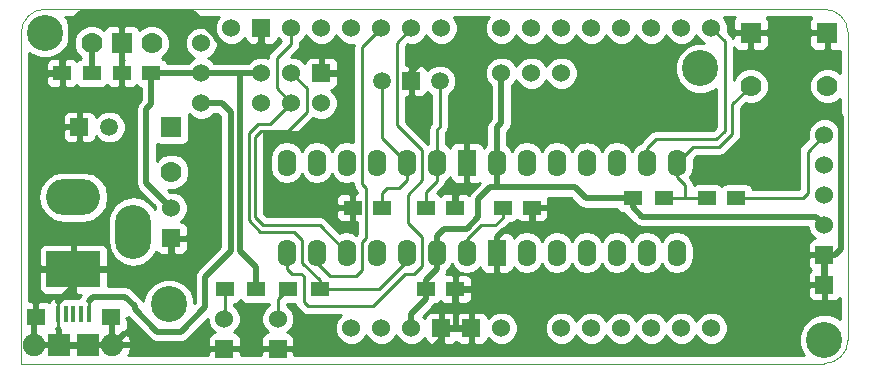
<source format=gbl>
G04 #@! TF.FileFunction,Copper,L2,Bot,Signal*
%FSLAX46Y46*%
G04 Gerber Fmt 4.6, Leading zero omitted, Abs format (unit mm)*
G04 Created by KiCad (PCBNEW (2014-12-01 BZR 5309)-product) date Wed Dec  3 13:19:54 2014*
%MOMM*%
G01*
G04 APERTURE LIST*
%ADD10C,0.100000*%
%ADD11C,1.778000*%
%ADD12R,1.778000X1.778000*%
%ADD13R,1.500000X1.300000*%
%ADD14C,3.048000*%
%ADD15R,4.572000X3.048000*%
%ADD16O,4.572000X3.048000*%
%ADD17O,3.048000X4.572000*%
%ADD18C,1.524000*%
%ADD19R,1.524000X1.524000*%
%ADD20R,1.500000X1.250000*%
%ADD21O,1.574800X2.286000*%
%ADD22R,1.574800X2.286000*%
%ADD23R,0.406400X1.371600*%
%ADD24R,1.600200X1.422400*%
%ADD25R,1.905000X1.905000*%
%ADD26C,1.905000*%
%ADD27C,1.501140*%
%ADD28R,1.501140X1.501140*%
%ADD29C,0.500000*%
%ADD30C,0.254000*%
%ADD31C,0.250000*%
G04 APERTURE END LIST*
D10*
X100000000Y-58000000D02*
X100000000Y-32000000D01*
X100000000Y-32000000D02*
G75*
G03X98000000Y-30000000I-2000000J0D01*
G01*
X98000000Y-60000000D02*
G75*
G03X100000000Y-58000000I0J2000000D01*
G01*
X32000000Y-30000000D02*
G75*
G03X30000000Y-32000000I0J-2000000D01*
G01*
X30000000Y-60000000D02*
X30000000Y-32000000D01*
X98000000Y-60000000D02*
X30000000Y-60000000D01*
X32000000Y-30000000D02*
X98000000Y-30000000D01*
D11*
X35960000Y-32870000D03*
D12*
X38500000Y-32870000D03*
D11*
X41040000Y-32870000D03*
D12*
X98250000Y-32000000D03*
D11*
X91750000Y-36500000D03*
X98250000Y-36500000D03*
D12*
X91750000Y-32000000D03*
D13*
X55250000Y-53700000D03*
X52550000Y-53700000D03*
X47210000Y-53700000D03*
X49910000Y-53700000D03*
X81750000Y-46000000D03*
X84450000Y-46000000D03*
D14*
X98000000Y-58000000D03*
X42500000Y-55000000D03*
D15*
X34400000Y-52000000D03*
D16*
X34400000Y-45904000D03*
D17*
X39480000Y-48825000D03*
D18*
X50320000Y-37950000D03*
X50320000Y-35410000D03*
X52860000Y-37950000D03*
X52860000Y-35410000D03*
X55400000Y-37950000D03*
D19*
X55400000Y-35410000D03*
D18*
X65560000Y-31600000D03*
X63020000Y-31600000D03*
X60480000Y-31600000D03*
X57940000Y-31600000D03*
X55400000Y-31600000D03*
X52860000Y-31600000D03*
D19*
X50320000Y-31600000D03*
D18*
X47780000Y-31600000D03*
X88420000Y-31600000D03*
X85880000Y-31600000D03*
X83340000Y-31600000D03*
X80800000Y-31600000D03*
X78260000Y-31600000D03*
X75720000Y-31600000D03*
X73180000Y-31600000D03*
X70640000Y-31600000D03*
X88420000Y-57000000D03*
X85880000Y-57000000D03*
X83340000Y-57000000D03*
X80800000Y-57000000D03*
X78260000Y-57000000D03*
X75720000Y-57000000D03*
X70640000Y-57000000D03*
D19*
X68100000Y-57000000D03*
X65560000Y-57000000D03*
D18*
X63020000Y-57000000D03*
X60480000Y-57000000D03*
X57940000Y-57000000D03*
X45230000Y-32870000D03*
X45230000Y-35410000D03*
X45230000Y-37950000D03*
X51700000Y-56230000D03*
D19*
X51700000Y-58770000D03*
D18*
X47200000Y-56230000D03*
D19*
X47200000Y-58770000D03*
D20*
X60550000Y-46800000D03*
X58050000Y-46800000D03*
X64250000Y-46800000D03*
X66750000Y-46800000D03*
X88050000Y-46000000D03*
X90550000Y-46000000D03*
X70750000Y-46800000D03*
X73250000Y-46800000D03*
X41000000Y-35410000D03*
X38500000Y-35410000D03*
X33460000Y-35420000D03*
X35960000Y-35420000D03*
X64250000Y-53700000D03*
X66750000Y-53700000D03*
D21*
X82970000Y-42990000D03*
X80430000Y-42990000D03*
X77890000Y-42990000D03*
X75350000Y-42990000D03*
X72810000Y-42990000D03*
X70270000Y-42990000D03*
D22*
X67730000Y-42990000D03*
D21*
X65190000Y-42990000D03*
X62650000Y-42990000D03*
X60110000Y-42990000D03*
X57570000Y-42990000D03*
X55030000Y-42990000D03*
X52490000Y-42990000D03*
X85510000Y-42990000D03*
X52490000Y-50610000D03*
X55030000Y-50610000D03*
X57570000Y-50610000D03*
X60110000Y-50610000D03*
X62650000Y-50610000D03*
X65190000Y-50610000D03*
X67730000Y-50610000D03*
D22*
X70270000Y-50610000D03*
D21*
X72810000Y-50610000D03*
X75350000Y-50610000D03*
X77890000Y-50610000D03*
X80430000Y-50610000D03*
X82970000Y-50610000D03*
X85510000Y-50610000D03*
D19*
X98000000Y-53350000D03*
X98000000Y-50810000D03*
D18*
X98000000Y-48270000D03*
X98000000Y-45730000D03*
X98000000Y-43190000D03*
X98000000Y-40650000D03*
D23*
X34400000Y-55800000D03*
X33749760Y-55800000D03*
X33099520Y-55800000D03*
X35050240Y-55800000D03*
X35700480Y-55800000D03*
D24*
X37575000Y-56054000D03*
X31225000Y-56054000D03*
D25*
X35606500Y-58467000D03*
X33193500Y-58467000D03*
D26*
X37702000Y-58467000D03*
X31098000Y-58467000D03*
D27*
X65450940Y-36080000D03*
X60569060Y-36080000D03*
D28*
X63010000Y-36080000D03*
D11*
X42700000Y-43760000D03*
D12*
X42700000Y-39950000D03*
D14*
X32000000Y-32000000D03*
X87500000Y-35000000D03*
D18*
X70640000Y-35410000D03*
X73180000Y-35410000D03*
X75720000Y-35410000D03*
D28*
X34910000Y-39970000D03*
D27*
X37450000Y-39970000D03*
D19*
X42700000Y-49380000D03*
D18*
X42700000Y-46840000D03*
D29*
X82550000Y-47560000D02*
X97290000Y-47560000D01*
X97290000Y-47560000D02*
X98000000Y-48270000D01*
X64250000Y-53196800D02*
X64250000Y-53700000D01*
X81750000Y-46000000D02*
X81750000Y-46376000D01*
X70850000Y-35620000D02*
X70640000Y-35410000D01*
X70270000Y-42990000D02*
X70270000Y-45092150D01*
X70270000Y-45092150D02*
X76892150Y-45092150D01*
X65190000Y-49210000D02*
X65190000Y-50610000D01*
X65800000Y-48600000D02*
X65190000Y-49210000D01*
X67700000Y-48600000D02*
X65800000Y-48600000D01*
X68700000Y-47600000D02*
X67700000Y-48600000D01*
X69692150Y-45092150D02*
X70270000Y-45092150D01*
X69692150Y-45092150D02*
X68700000Y-46084300D01*
X68700000Y-46084300D02*
X68700000Y-47600000D01*
X64250000Y-52950000D02*
X65190000Y-52010000D01*
X65190000Y-52010000D02*
X65190000Y-50610000D01*
X64250000Y-53700000D02*
X64250000Y-52950000D01*
X81750000Y-46760000D02*
X82550000Y-47560000D01*
X81750000Y-46000000D02*
X81750000Y-46760000D01*
X77800000Y-46000000D02*
X76892150Y-45092150D01*
X81750000Y-46000000D02*
X77800000Y-46000000D01*
X64250000Y-54540000D02*
X63020000Y-55770000D01*
X63020000Y-55770000D02*
X63020000Y-57000000D01*
X64250000Y-53700000D02*
X64250000Y-54540000D01*
X48550000Y-35410000D02*
X45230000Y-35410000D01*
X50320000Y-35410000D02*
X48550000Y-35410000D01*
X48550000Y-50510000D02*
X48550000Y-35410000D01*
X70270000Y-39992150D02*
X70640000Y-39622150D01*
X70640000Y-39622150D02*
X70640000Y-35410000D01*
X70270000Y-42990000D02*
X70270000Y-39992150D01*
X45230000Y-35410000D02*
X41000000Y-35410000D01*
X41000000Y-38040000D02*
X40590000Y-38450000D01*
X40590000Y-38450000D02*
X40590000Y-44730000D01*
X40590000Y-44730000D02*
X42700000Y-46840000D01*
X41000000Y-35410000D02*
X41000000Y-38040000D01*
X48550000Y-50510000D02*
X49910000Y-51870000D01*
X49910000Y-51870000D02*
X49910000Y-53700000D01*
X98000000Y-50810000D02*
X98930000Y-50810000D01*
X95350000Y-37850000D02*
X95350000Y-32000000D01*
X96000000Y-38500000D02*
X95350000Y-37850000D01*
X98790000Y-38500000D02*
X96000000Y-38500000D01*
X99410000Y-39120000D02*
X98790000Y-38500000D01*
X99410000Y-50330000D02*
X99410000Y-39120000D01*
X98930000Y-50810000D02*
X99410000Y-50330000D01*
X70270000Y-50610000D02*
X70270000Y-52930000D01*
X70270000Y-52930000D02*
X69500000Y-53700000D01*
X66750000Y-53700000D02*
X67315700Y-53700000D01*
D30*
X33099500Y-56054000D02*
X33099500Y-55800000D01*
D29*
X98000000Y-50810000D02*
X98000000Y-53350000D01*
X66750000Y-46800000D02*
X66750000Y-45793700D01*
X67730000Y-42990000D02*
X67730000Y-44813700D01*
X67730000Y-44813700D02*
X66750000Y-45793700D01*
D30*
X33099500Y-56333500D02*
X33099500Y-56054000D01*
D29*
X37575000Y-57870200D02*
X37537100Y-57870200D01*
X37702000Y-57997200D02*
X37575000Y-57870200D01*
X69500000Y-53700000D02*
X66750000Y-53700000D01*
X31098000Y-56181000D02*
X31225000Y-56054000D01*
X31098000Y-58467000D02*
X31098000Y-56181000D01*
X31098000Y-58467000D02*
X33193500Y-58467000D01*
X37702000Y-58467000D02*
X35606500Y-58467000D01*
X35606500Y-58467000D02*
X33193500Y-58467000D01*
X37702000Y-56181000D02*
X37575000Y-56054000D01*
X37702000Y-58467000D02*
X37702000Y-56181000D01*
X33193500Y-57193500D02*
X33099520Y-57099520D01*
D30*
X33099520Y-57099520D02*
X33099520Y-55800000D01*
D29*
X33193500Y-58467000D02*
X33193500Y-57193500D01*
X34400000Y-53500000D02*
X34400000Y-52000000D01*
X33099520Y-54800480D02*
X34400000Y-53500000D01*
D30*
X33099520Y-55800000D02*
X33099520Y-54800480D01*
D29*
X92710000Y-50810000D02*
X90600000Y-48700000D01*
X73250000Y-48700000D02*
X70900000Y-48700000D01*
X90600000Y-48700000D02*
X73250000Y-48700000D01*
X70900000Y-48700000D02*
X70270000Y-49330000D01*
X70270000Y-49330000D02*
X70270000Y-50610000D01*
X98000000Y-50810000D02*
X92710000Y-50810000D01*
X73250000Y-46800000D02*
X73250000Y-48700000D01*
X38500000Y-32870000D02*
X38500000Y-30359200D01*
X98250000Y-32000000D02*
X95350000Y-32000000D01*
X95350000Y-32000000D02*
X91750000Y-32000000D01*
X51700000Y-58770000D02*
X47200000Y-58770000D01*
X42270000Y-58770000D02*
X41967000Y-58467000D01*
X41967000Y-58467000D02*
X37702000Y-58467000D01*
X47200000Y-58770000D02*
X42270000Y-58770000D01*
X64770000Y-58770000D02*
X51700000Y-58770000D01*
X66830000Y-57000000D02*
X68090000Y-57000000D01*
X65550000Y-57000000D02*
X66830000Y-57000000D01*
X66750000Y-55420000D02*
X66830000Y-55500000D01*
X66830000Y-55500000D02*
X66830000Y-57000000D01*
X66750000Y-53700000D02*
X66750000Y-55420000D01*
X65560000Y-57980000D02*
X64770000Y-58770000D01*
X65560000Y-57000000D02*
X65560000Y-57980000D01*
X50320000Y-32810000D02*
X49830000Y-33300000D01*
X49830000Y-33300000D02*
X47350000Y-33300000D01*
X47350000Y-33300000D02*
X46490000Y-32440000D01*
X46490000Y-32440000D02*
X46490000Y-32280000D01*
X46490000Y-32280000D02*
X44569200Y-30359200D01*
X44569200Y-30359200D02*
X38500000Y-30359200D01*
X50320000Y-31600000D02*
X50320000Y-32810000D01*
X50900000Y-41960000D02*
X51860000Y-41000000D01*
X50900000Y-45200000D02*
X50900000Y-41960000D01*
X51800000Y-46100000D02*
X50900000Y-45200000D01*
X54900000Y-46100000D02*
X51800000Y-46100000D01*
X55600000Y-46800000D02*
X54900000Y-46100000D01*
X55600000Y-46800000D02*
X58050000Y-46800000D01*
X51860000Y-41000000D02*
X56530000Y-41000000D01*
X63010000Y-35280000D02*
X63890000Y-34400000D01*
X63890000Y-34400000D02*
X66600000Y-34400000D01*
X66600000Y-34400000D02*
X67730000Y-35530000D01*
X67730000Y-35530000D02*
X67730000Y-42990000D01*
X63010000Y-36080000D02*
X63010000Y-35280000D01*
X56810000Y-35410000D02*
X57460000Y-36060000D01*
X57460000Y-36060000D02*
X57460000Y-40070000D01*
X57460000Y-40070000D02*
X56530000Y-41000000D01*
X55400000Y-35410000D02*
X56810000Y-35410000D01*
X41950000Y-52000000D02*
X34400000Y-52000000D01*
X42700000Y-51250000D02*
X41950000Y-52000000D01*
X42700000Y-49380000D02*
X42700000Y-51250000D01*
X38500000Y-32870000D02*
X38500000Y-35410000D01*
X34200000Y-31200000D02*
X35040800Y-30359200D01*
X38500000Y-30359200D02*
X35040800Y-30359200D01*
X33460000Y-34280000D02*
X33460000Y-35420000D01*
X34200000Y-33540000D02*
X33460000Y-34280000D01*
X34200000Y-31200000D02*
X34200000Y-33540000D01*
X31100000Y-36170000D02*
X31850000Y-35420000D01*
X31850000Y-35420000D02*
X33460000Y-35420000D01*
X31100000Y-39970000D02*
X31100000Y-51400000D01*
X31100000Y-51400000D02*
X31700000Y-52000000D01*
X34400000Y-52000000D02*
X31700000Y-52000000D01*
X31100000Y-39970000D02*
X31100000Y-36170000D01*
X34910000Y-39970000D02*
X31100000Y-39970000D01*
X35960000Y-32870000D02*
X35960000Y-35420000D01*
D31*
X90200000Y-40530000D02*
X90200000Y-38050000D01*
X90200000Y-38050000D02*
X91750000Y-36500000D01*
X91750000Y-36500000D02*
X91750000Y-36780000D01*
X86870000Y-41630000D02*
X85510000Y-42990000D01*
X89100000Y-41630000D02*
X86870000Y-41630000D01*
X90200000Y-40530000D02*
X89100000Y-41630000D01*
X86200000Y-46000000D02*
X88050000Y-46000000D01*
X84450000Y-46000000D02*
X86200000Y-46000000D01*
X86200000Y-44900000D02*
X86200000Y-46000000D01*
X85510000Y-44210000D02*
X86200000Y-44900000D01*
X85510000Y-42990000D02*
X85510000Y-44210000D01*
X90550000Y-46000000D02*
X96170000Y-46000000D01*
X96580000Y-42070000D02*
X98000000Y-40650000D01*
X96580000Y-45590000D02*
X96580000Y-42070000D01*
X96170000Y-46000000D02*
X96580000Y-45590000D01*
X47210000Y-56220000D02*
X47200000Y-56230000D01*
X47210000Y-53700000D02*
X47210000Y-56220000D01*
X51700000Y-54550000D02*
X52550000Y-53700000D01*
X51700000Y-56230000D02*
X51700000Y-54550000D01*
D29*
X45230000Y-37950000D02*
X46970000Y-37950000D01*
X45570000Y-55230000D02*
X43490000Y-57310000D01*
X45570000Y-52640000D02*
X45570000Y-55230000D01*
X47720000Y-50490000D02*
X45570000Y-52640000D01*
X47720000Y-38700000D02*
X47720000Y-50490000D01*
X46970000Y-37950000D02*
X47720000Y-38700000D01*
X39600000Y-55140000D02*
X38820000Y-54360000D01*
X36040000Y-54360000D02*
X38820000Y-54360000D01*
X35700480Y-54699520D02*
X36040000Y-54360000D01*
D30*
X35700480Y-55800000D02*
X35700480Y-54699520D01*
D29*
X43490000Y-57310000D02*
X41490000Y-57310000D01*
X41490000Y-57310000D02*
X39600000Y-55420000D01*
X39600000Y-55420000D02*
X39600000Y-55140000D01*
D31*
X70750000Y-46800000D02*
X70750000Y-47303100D01*
X67730000Y-49470000D02*
X68900000Y-48300000D01*
X68900000Y-48300000D02*
X70100000Y-48300000D01*
X70100000Y-48300000D02*
X70750000Y-47650000D01*
X70750000Y-47650000D02*
X70750000Y-46800000D01*
X67730000Y-50610000D02*
X67730000Y-49470000D01*
X89540000Y-32720000D02*
X89540000Y-40330000D01*
X82970000Y-41770000D02*
X82970000Y-42990000D01*
X83720000Y-41020000D02*
X82970000Y-41770000D01*
X88850000Y-41020000D02*
X83720000Y-41020000D01*
X89540000Y-40330000D02*
X88850000Y-41020000D01*
X89540000Y-32720000D02*
X88420000Y-31600000D01*
X77890000Y-41910000D02*
X77890000Y-42990000D01*
X61780000Y-32840000D02*
X63020000Y-31600000D01*
X63900000Y-41960000D02*
X63900000Y-44500000D01*
X63900000Y-44500000D02*
X62700000Y-45700000D01*
X62700000Y-45700000D02*
X62700000Y-48070500D01*
X62700000Y-48070500D02*
X63900000Y-49270500D01*
X62500000Y-52400000D02*
X59737000Y-55163000D01*
X59737000Y-55163000D02*
X54273000Y-55163000D01*
X63900000Y-51740000D02*
X63240000Y-52400000D01*
X63240000Y-52400000D02*
X62500000Y-52400000D01*
X63900000Y-49270500D02*
X63900000Y-51740000D01*
X61780000Y-32840000D02*
X61780000Y-39840000D01*
X61780000Y-39840000D02*
X63900000Y-41960000D01*
X54273000Y-55163000D02*
X53900000Y-54790000D01*
X53900000Y-54790000D02*
X53900000Y-52610000D01*
X53900000Y-52610000D02*
X53700000Y-52410000D01*
X53700000Y-52410000D02*
X52920000Y-52410000D01*
X52920000Y-52410000D02*
X52490000Y-51980000D01*
X52490000Y-51980000D02*
X52490000Y-50610000D01*
X58840000Y-44818500D02*
X59201800Y-45180300D01*
X59201800Y-45180300D02*
X59201800Y-49333600D01*
X59201800Y-49333600D02*
X58840000Y-49695400D01*
X56100000Y-52600000D02*
X58300000Y-52600000D01*
X58300000Y-52600000D02*
X58840000Y-52060000D01*
X58840000Y-52060000D02*
X58840000Y-49695400D01*
X55030000Y-51530000D02*
X56100000Y-52600000D01*
X55030000Y-50610000D02*
X55030000Y-51530000D01*
X58840000Y-33240000D02*
X60480000Y-31600000D01*
X58840000Y-44818500D02*
X58840000Y-33240000D01*
X50320000Y-40280000D02*
X49790000Y-40810000D01*
X52570000Y-40280000D02*
X50320000Y-40280000D01*
X54160000Y-38690000D02*
X52570000Y-40280000D01*
X54160000Y-36710000D02*
X52860000Y-35410000D01*
X49790000Y-47630000D02*
X49790000Y-40810000D01*
X50470000Y-48310000D02*
X55270000Y-48310000D01*
X49790000Y-47630000D02*
X50470000Y-48310000D01*
X57570000Y-50610000D02*
X55270000Y-48310000D01*
X54160000Y-36710000D02*
X54160000Y-38690000D01*
X49250000Y-47860000D02*
X49250000Y-40520000D01*
X51090000Y-39720000D02*
X52860000Y-37950000D01*
X50050000Y-39720000D02*
X51090000Y-39720000D01*
X49250000Y-40520000D02*
X50050000Y-39720000D01*
X62650000Y-51350000D02*
X62650000Y-50610000D01*
X60300000Y-53700000D02*
X62650000Y-51350000D01*
X55250000Y-53700000D02*
X60300000Y-53700000D01*
X53090000Y-48850000D02*
X53800000Y-49560000D01*
X50240000Y-48850000D02*
X53090000Y-48850000D01*
X49250000Y-47860000D02*
X50240000Y-48850000D01*
X53800000Y-49560000D02*
X53800000Y-51450000D01*
X52860000Y-32910000D02*
X51610000Y-34160000D01*
X51610000Y-34160000D02*
X51610000Y-36700000D01*
X51610000Y-36700000D02*
X52860000Y-37950000D01*
X52860000Y-31600000D02*
X52860000Y-32910000D01*
X55250000Y-52900000D02*
X53800000Y-51450000D01*
X55250000Y-53700000D02*
X55250000Y-52900000D01*
X65190000Y-40190000D02*
X65190000Y-42990000D01*
X64250000Y-46800000D02*
X64250000Y-45454300D01*
X64250000Y-45454300D02*
X65190000Y-44514300D01*
X65190000Y-42990000D02*
X65190000Y-44514300D01*
X65450940Y-39929060D02*
X65190000Y-40190000D01*
X65450940Y-36080000D02*
X65450940Y-39929060D01*
X60569060Y-36080000D02*
X60569060Y-40909060D01*
X60569060Y-40909060D02*
X62650000Y-42990000D01*
X62650000Y-42990000D02*
X62204500Y-42990000D01*
X62650000Y-44450000D02*
X62000000Y-45100000D01*
X62650000Y-42990000D02*
X62650000Y-44450000D01*
X60550000Y-45550000D02*
X60550000Y-46800000D01*
X61000000Y-45100000D02*
X60550000Y-45550000D01*
X62000000Y-45100000D02*
X61000000Y-45100000D01*
D30*
G36*
X31291747Y-58481142D02*
X31112142Y-58660747D01*
X31098000Y-58646605D01*
X31083857Y-58660747D01*
X30904252Y-58481142D01*
X30918395Y-58467000D01*
X30904252Y-58452857D01*
X31083857Y-58273252D01*
X31098000Y-58287395D01*
X31112142Y-58273252D01*
X31291747Y-58452857D01*
X31277605Y-58467000D01*
X31291747Y-58481142D01*
X31291747Y-58481142D01*
G37*
X31291747Y-58481142D02*
X31112142Y-58660747D01*
X31098000Y-58646605D01*
X31083857Y-58660747D01*
X30904252Y-58481142D01*
X30918395Y-58467000D01*
X30904252Y-58452857D01*
X31083857Y-58273252D01*
X31098000Y-58287395D01*
X31112142Y-58273252D01*
X31291747Y-58452857D01*
X31277605Y-58467000D01*
X31291747Y-58481142D01*
G36*
X35753500Y-58594000D02*
X35733500Y-58594000D01*
X35733500Y-58614000D01*
X35479500Y-58614000D01*
X35479500Y-58594000D01*
X34622250Y-58594000D01*
X34177750Y-58594000D01*
X33320500Y-58594000D01*
X33320500Y-58614000D01*
X33066500Y-58614000D01*
X33066500Y-58594000D01*
X33046500Y-58594000D01*
X33046500Y-58340000D01*
X33066500Y-58340000D01*
X33066500Y-58320000D01*
X33320500Y-58320000D01*
X33320500Y-58340000D01*
X34177750Y-58340000D01*
X34622250Y-58340000D01*
X35479500Y-58340000D01*
X35479500Y-58320000D01*
X35733500Y-58320000D01*
X35733500Y-58340000D01*
X35753500Y-58340000D01*
X35753500Y-58594000D01*
X35753500Y-58594000D01*
G37*
X35753500Y-58594000D02*
X35733500Y-58594000D01*
X35733500Y-58614000D01*
X35479500Y-58614000D01*
X35479500Y-58594000D01*
X34622250Y-58594000D01*
X34177750Y-58594000D01*
X33320500Y-58594000D01*
X33320500Y-58614000D01*
X33066500Y-58614000D01*
X33066500Y-58594000D01*
X33046500Y-58594000D01*
X33046500Y-58340000D01*
X33066500Y-58340000D01*
X33066500Y-58320000D01*
X33320500Y-58320000D01*
X33320500Y-58340000D01*
X34177750Y-58340000D01*
X34622250Y-58340000D01*
X35479500Y-58340000D01*
X35479500Y-58320000D01*
X35733500Y-58320000D01*
X35733500Y-58340000D01*
X35753500Y-58340000D01*
X35753500Y-58594000D01*
G36*
X37722000Y-56181000D02*
X37702000Y-56181000D01*
X37702000Y-56201000D01*
X37448000Y-56201000D01*
X37448000Y-56181000D01*
X37428000Y-56181000D01*
X37428000Y-55927000D01*
X37448000Y-55927000D01*
X37448000Y-55907000D01*
X37702000Y-55907000D01*
X37702000Y-55927000D01*
X37722000Y-55927000D01*
X37722000Y-56181000D01*
X37722000Y-56181000D01*
G37*
X37722000Y-56181000D02*
X37702000Y-56181000D01*
X37702000Y-56201000D01*
X37448000Y-56201000D01*
X37448000Y-56181000D01*
X37428000Y-56181000D01*
X37428000Y-55927000D01*
X37448000Y-55927000D01*
X37448000Y-55907000D01*
X37702000Y-55907000D01*
X37702000Y-55927000D01*
X37722000Y-55927000D01*
X37722000Y-56181000D01*
G36*
X51989667Y-32705530D02*
X51072599Y-33622599D01*
X50907852Y-33869161D01*
X50857822Y-34120673D01*
X50599100Y-34013243D01*
X50043339Y-34012758D01*
X49529697Y-34224990D01*
X49229162Y-34525000D01*
X48550000Y-34525000D01*
X46320478Y-34525000D01*
X46022370Y-34226371D01*
X45814487Y-34140050D01*
X46020303Y-34055010D01*
X46413629Y-33662370D01*
X46626757Y-33149100D01*
X46627242Y-32593339D01*
X46415010Y-32079697D01*
X46022370Y-31686371D01*
X45509100Y-31473243D01*
X44953339Y-31472758D01*
X44439697Y-31684990D01*
X44046371Y-32077630D01*
X43833243Y-32590900D01*
X43832758Y-33146661D01*
X44044990Y-33660303D01*
X44437630Y-34053629D01*
X44645512Y-34139949D01*
X44439697Y-34224990D01*
X44139162Y-34525000D01*
X42338719Y-34525000D01*
X42210673Y-34330073D01*
X41999640Y-34187623D01*
X41893457Y-34166329D01*
X41902149Y-34162738D01*
X42331231Y-33734404D01*
X42563735Y-33174472D01*
X42564264Y-32568188D01*
X42332738Y-32007851D01*
X41904404Y-31578769D01*
X41344472Y-31346265D01*
X40738188Y-31345736D01*
X40177851Y-31577262D01*
X39987707Y-31767073D01*
X39927327Y-31621302D01*
X39748699Y-31442673D01*
X39515310Y-31346000D01*
X39262691Y-31346000D01*
X38785750Y-31346000D01*
X38627000Y-31504750D01*
X38627000Y-32743000D01*
X38647000Y-32743000D01*
X38647000Y-32997000D01*
X38627000Y-32997000D01*
X38627000Y-34235250D01*
X38663750Y-34272000D01*
X38627000Y-34308750D01*
X38627000Y-35283000D01*
X38647000Y-35283000D01*
X38647000Y-35537000D01*
X38627000Y-35537000D01*
X38627000Y-36511250D01*
X38785750Y-36670000D01*
X39376309Y-36670000D01*
X39609698Y-36573327D01*
X39751176Y-36431849D01*
X39789327Y-36489927D01*
X40000360Y-36632377D01*
X40115000Y-36655366D01*
X40115000Y-37673420D01*
X39964210Y-37824210D01*
X39772367Y-38111325D01*
X39761189Y-38167515D01*
X39704999Y-38450000D01*
X39705000Y-38450005D01*
X39705000Y-44729994D01*
X39704999Y-44730000D01*
X39761189Y-45012484D01*
X39772367Y-45068675D01*
X39964210Y-45355790D01*
X41303126Y-46694705D01*
X41302927Y-46922549D01*
X41006644Y-46479130D01*
X40306214Y-46011118D01*
X39480000Y-45846774D01*
X38835810Y-45974911D01*
X38835810Y-39695602D01*
X38625314Y-39186163D01*
X38373000Y-38933408D01*
X38373000Y-36511250D01*
X38373000Y-35537000D01*
X38353000Y-35537000D01*
X38353000Y-35283000D01*
X38373000Y-35283000D01*
X38373000Y-34308750D01*
X38336250Y-34272000D01*
X38373000Y-34235250D01*
X38373000Y-32997000D01*
X38353000Y-32997000D01*
X38353000Y-32743000D01*
X38373000Y-32743000D01*
X38373000Y-31504750D01*
X38214250Y-31346000D01*
X37737309Y-31346000D01*
X37484690Y-31346000D01*
X37251301Y-31442673D01*
X37072673Y-31621302D01*
X37012318Y-31767011D01*
X36824404Y-31578769D01*
X36264472Y-31346265D01*
X35658188Y-31345736D01*
X35097851Y-31577262D01*
X34668769Y-32005596D01*
X34436265Y-32565528D01*
X34435736Y-33171812D01*
X34667262Y-33732149D01*
X35075000Y-34140599D01*
X35075000Y-34173752D01*
X34967877Y-34194537D01*
X34755073Y-34334327D01*
X34711662Y-34398637D01*
X34569698Y-34256673D01*
X34336309Y-34160000D01*
X33745750Y-34160000D01*
X33587000Y-34318750D01*
X33587000Y-35293000D01*
X33607000Y-35293000D01*
X33607000Y-35547000D01*
X33587000Y-35547000D01*
X33587000Y-36521250D01*
X33745750Y-36680000D01*
X34336309Y-36680000D01*
X34569698Y-36583327D01*
X34711176Y-36441849D01*
X34749327Y-36499927D01*
X34960360Y-36642377D01*
X35210000Y-36692440D01*
X36710000Y-36692440D01*
X36952123Y-36645463D01*
X37164927Y-36505673D01*
X37228486Y-36411512D01*
X37390302Y-36573327D01*
X37623691Y-36670000D01*
X38214250Y-36670000D01*
X38373000Y-36511250D01*
X38373000Y-38933408D01*
X38235887Y-38796056D01*
X37726816Y-38584671D01*
X37175602Y-38584190D01*
X36666163Y-38794686D01*
X36295570Y-39164633D01*
X36295570Y-39093120D01*
X36198897Y-38859731D01*
X36020268Y-38681103D01*
X35786879Y-38584430D01*
X35195750Y-38584430D01*
X35037000Y-38743180D01*
X35037000Y-39843000D01*
X35057000Y-39843000D01*
X35057000Y-40097000D01*
X35037000Y-40097000D01*
X35037000Y-41196820D01*
X35195750Y-41355570D01*
X35786879Y-41355570D01*
X36020268Y-41258897D01*
X36198897Y-41080269D01*
X36295570Y-40846880D01*
X36295570Y-40774757D01*
X36664113Y-41143944D01*
X37173184Y-41355329D01*
X37724398Y-41355810D01*
X38233837Y-41145314D01*
X38623944Y-40755887D01*
X38835329Y-40246816D01*
X38835810Y-39695602D01*
X38835810Y-45974911D01*
X38653786Y-46011118D01*
X37953356Y-46479130D01*
X37485344Y-47179560D01*
X37378226Y-47718079D01*
X37378226Y-45904000D01*
X37213882Y-45077786D01*
X36745870Y-44377356D01*
X36045440Y-43909344D01*
X35219226Y-43745000D01*
X34783000Y-43745000D01*
X34783000Y-41196820D01*
X34783000Y-40097000D01*
X34783000Y-39843000D01*
X34783000Y-38743180D01*
X34624250Y-38584430D01*
X34033121Y-38584430D01*
X33799732Y-38681103D01*
X33621103Y-38859731D01*
X33524430Y-39093120D01*
X33524430Y-39345739D01*
X33524430Y-39684250D01*
X33683180Y-39843000D01*
X34783000Y-39843000D01*
X34783000Y-40097000D01*
X33683180Y-40097000D01*
X33524430Y-40255750D01*
X33524430Y-40594261D01*
X33524430Y-40846880D01*
X33621103Y-41080269D01*
X33799732Y-41258897D01*
X34033121Y-41355570D01*
X34624250Y-41355570D01*
X34783000Y-41196820D01*
X34783000Y-43745000D01*
X33580774Y-43745000D01*
X33333000Y-43794285D01*
X33333000Y-36521250D01*
X33333000Y-35547000D01*
X33333000Y-35293000D01*
X33333000Y-34318750D01*
X33174250Y-34160000D01*
X32583691Y-34160000D01*
X32350302Y-34256673D01*
X32171673Y-34435301D01*
X32075000Y-34668690D01*
X32075000Y-34921309D01*
X32075000Y-35134250D01*
X32233750Y-35293000D01*
X33333000Y-35293000D01*
X33333000Y-35547000D01*
X32233750Y-35547000D01*
X32075000Y-35705750D01*
X32075000Y-35918691D01*
X32075000Y-36171310D01*
X32171673Y-36404699D01*
X32350302Y-36583327D01*
X32583691Y-36680000D01*
X33174250Y-36680000D01*
X33333000Y-36521250D01*
X33333000Y-43794285D01*
X32754560Y-43909344D01*
X32054130Y-44377356D01*
X31586118Y-45077786D01*
X31421774Y-45904000D01*
X31586118Y-46730214D01*
X32054130Y-47430644D01*
X32754560Y-47898656D01*
X33580774Y-48063000D01*
X35219226Y-48063000D01*
X36045440Y-47898656D01*
X36745870Y-47430644D01*
X37213882Y-46730214D01*
X37378226Y-45904000D01*
X37378226Y-47718079D01*
X37321000Y-48005774D01*
X37321000Y-49644226D01*
X37485344Y-50470440D01*
X37953356Y-51170870D01*
X38653786Y-51638882D01*
X39480000Y-51803226D01*
X40306214Y-51638882D01*
X41006644Y-51170870D01*
X41432101Y-50534126D01*
X41578301Y-50680327D01*
X41811690Y-50777000D01*
X42064309Y-50777000D01*
X42414250Y-50777000D01*
X42573000Y-50618250D01*
X42573000Y-49507000D01*
X42553000Y-49507000D01*
X42553000Y-49253000D01*
X42573000Y-49253000D01*
X42573000Y-49233000D01*
X42827000Y-49233000D01*
X42827000Y-49253000D01*
X43938250Y-49253000D01*
X44097000Y-49094250D01*
X44097000Y-48491691D01*
X44000327Y-48258302D01*
X43821699Y-48079673D01*
X43588310Y-47983000D01*
X43532386Y-47983000D01*
X43883629Y-47632370D01*
X44096757Y-47119100D01*
X44097242Y-46563339D01*
X43885010Y-46049697D01*
X43492370Y-45656371D01*
X42979100Y-45443243D01*
X42554451Y-45442872D01*
X42395162Y-45283583D01*
X42395528Y-45283735D01*
X43001812Y-45284264D01*
X43562149Y-45052738D01*
X43991231Y-44624404D01*
X44223735Y-44064472D01*
X44224264Y-43458188D01*
X43992738Y-42897851D01*
X43564404Y-42468769D01*
X43004472Y-42236265D01*
X42398188Y-42235736D01*
X41837851Y-42467262D01*
X41475000Y-42829480D01*
X41475000Y-41378082D01*
X41561360Y-41436377D01*
X41811000Y-41486440D01*
X43589000Y-41486440D01*
X43831123Y-41439463D01*
X44043927Y-41299673D01*
X44186377Y-41088640D01*
X44236440Y-40839000D01*
X44236440Y-39061000D01*
X44205394Y-38900987D01*
X44437630Y-39133629D01*
X44950900Y-39346757D01*
X45506661Y-39347242D01*
X46020303Y-39135010D01*
X46320837Y-38835000D01*
X46603420Y-38835000D01*
X46835000Y-39066579D01*
X46835000Y-50123420D01*
X44944210Y-52014210D01*
X44752367Y-52301325D01*
X44741189Y-52357515D01*
X44684999Y-52640000D01*
X44685000Y-52640005D01*
X44685000Y-54863420D01*
X44659097Y-54889323D01*
X44659374Y-54572433D01*
X44331378Y-53778623D01*
X44097000Y-53543835D01*
X44097000Y-50268309D01*
X44097000Y-49665750D01*
X43938250Y-49507000D01*
X42827000Y-49507000D01*
X42827000Y-50618250D01*
X42985750Y-50777000D01*
X43335691Y-50777000D01*
X43588310Y-50777000D01*
X43821699Y-50680327D01*
X44000327Y-50501698D01*
X44097000Y-50268309D01*
X44097000Y-53543835D01*
X43724572Y-53170756D01*
X42931336Y-52841376D01*
X42072433Y-52840626D01*
X41278623Y-53168622D01*
X40670756Y-53775428D01*
X40341376Y-54568664D01*
X40341272Y-54687042D01*
X40225790Y-54514211D01*
X40225790Y-54514210D01*
X40225786Y-54514207D01*
X39445790Y-53734210D01*
X39158675Y-53542367D01*
X39102484Y-53531189D01*
X38820000Y-53474999D01*
X38819994Y-53475000D01*
X37321000Y-53475000D01*
X37321000Y-52285750D01*
X37321000Y-51714250D01*
X37321000Y-50349691D01*
X37224327Y-50116302D01*
X37045699Y-49937673D01*
X36812310Y-49841000D01*
X36559691Y-49841000D01*
X34685750Y-49841000D01*
X34527000Y-49999750D01*
X34527000Y-51873000D01*
X37162250Y-51873000D01*
X37321000Y-51714250D01*
X37321000Y-52285750D01*
X37162250Y-52127000D01*
X34527000Y-52127000D01*
X34527000Y-54000250D01*
X34685750Y-54159000D01*
X35017714Y-54159000D01*
X34882847Y-54360846D01*
X34861778Y-54466760D01*
X34847040Y-54466760D01*
X34723105Y-54490805D01*
X34603200Y-54466760D01*
X34273000Y-54466760D01*
X34273000Y-54000250D01*
X34273000Y-52127000D01*
X34273000Y-51873000D01*
X34273000Y-49999750D01*
X34114250Y-49841000D01*
X32240309Y-49841000D01*
X31987690Y-49841000D01*
X31754301Y-49937673D01*
X31575673Y-50116302D01*
X31479000Y-50349691D01*
X31479000Y-51714250D01*
X31637750Y-51873000D01*
X34273000Y-51873000D01*
X34273000Y-52127000D01*
X31637750Y-52127000D01*
X31479000Y-52285750D01*
X31479000Y-53650309D01*
X31575673Y-53883698D01*
X31754301Y-54062327D01*
X31987690Y-54159000D01*
X32240309Y-54159000D01*
X34114250Y-54159000D01*
X34273000Y-54000250D01*
X34273000Y-54466760D01*
X34196800Y-54466760D01*
X34072865Y-54490805D01*
X33952960Y-54466760D01*
X33546560Y-54466760D01*
X33446068Y-54486257D01*
X33429030Y-54479200D01*
X33359870Y-54479200D01*
X33330363Y-54508706D01*
X33304437Y-54513737D01*
X33091633Y-54653527D01*
X32997920Y-54792358D01*
X32997920Y-54637950D01*
X32839170Y-54479200D01*
X32770010Y-54479200D01*
X32536621Y-54575873D01*
X32357993Y-54754502D01*
X32344251Y-54787677D01*
X32151410Y-54707800D01*
X31898791Y-54707800D01*
X31510750Y-54707800D01*
X31352000Y-54866550D01*
X31352000Y-55927000D01*
X31372000Y-55927000D01*
X31372000Y-56181000D01*
X31352000Y-56181000D01*
X31352000Y-56201000D01*
X31098000Y-56201000D01*
X31098000Y-56181000D01*
X31078000Y-56181000D01*
X31078000Y-55927000D01*
X31098000Y-55927000D01*
X31098000Y-54866550D01*
X30939250Y-54707800D01*
X30685000Y-54707800D01*
X30685000Y-33738657D01*
X30775428Y-33829244D01*
X31568664Y-34158624D01*
X32427567Y-34159374D01*
X33221377Y-33831378D01*
X33829244Y-33224572D01*
X34158624Y-32431336D01*
X34159374Y-31572433D01*
X33831378Y-30778623D01*
X33737918Y-30685000D01*
X46719215Y-30685000D01*
X46596371Y-30807630D01*
X46383243Y-31320900D01*
X46382758Y-31876661D01*
X46594990Y-32390303D01*
X46987630Y-32783629D01*
X47500900Y-32996757D01*
X48056661Y-32997242D01*
X48570303Y-32785010D01*
X48923000Y-32432928D01*
X48923000Y-32488310D01*
X49019673Y-32721699D01*
X49198302Y-32900327D01*
X49431691Y-32997000D01*
X50034250Y-32997000D01*
X50193000Y-32838250D01*
X50193000Y-31727000D01*
X50173000Y-31727000D01*
X50173000Y-31473000D01*
X50193000Y-31473000D01*
X50193000Y-31453000D01*
X50447000Y-31453000D01*
X50447000Y-31473000D01*
X50467000Y-31473000D01*
X50467000Y-31727000D01*
X50447000Y-31727000D01*
X50447000Y-32838250D01*
X50605750Y-32997000D01*
X51208309Y-32997000D01*
X51441698Y-32900327D01*
X51620327Y-32721699D01*
X51717000Y-32488310D01*
X51717000Y-32432386D01*
X51989667Y-32705530D01*
X51989667Y-32705530D01*
G37*
X51989667Y-32705530D02*
X51072599Y-33622599D01*
X50907852Y-33869161D01*
X50857822Y-34120673D01*
X50599100Y-34013243D01*
X50043339Y-34012758D01*
X49529697Y-34224990D01*
X49229162Y-34525000D01*
X48550000Y-34525000D01*
X46320478Y-34525000D01*
X46022370Y-34226371D01*
X45814487Y-34140050D01*
X46020303Y-34055010D01*
X46413629Y-33662370D01*
X46626757Y-33149100D01*
X46627242Y-32593339D01*
X46415010Y-32079697D01*
X46022370Y-31686371D01*
X45509100Y-31473243D01*
X44953339Y-31472758D01*
X44439697Y-31684990D01*
X44046371Y-32077630D01*
X43833243Y-32590900D01*
X43832758Y-33146661D01*
X44044990Y-33660303D01*
X44437630Y-34053629D01*
X44645512Y-34139949D01*
X44439697Y-34224990D01*
X44139162Y-34525000D01*
X42338719Y-34525000D01*
X42210673Y-34330073D01*
X41999640Y-34187623D01*
X41893457Y-34166329D01*
X41902149Y-34162738D01*
X42331231Y-33734404D01*
X42563735Y-33174472D01*
X42564264Y-32568188D01*
X42332738Y-32007851D01*
X41904404Y-31578769D01*
X41344472Y-31346265D01*
X40738188Y-31345736D01*
X40177851Y-31577262D01*
X39987707Y-31767073D01*
X39927327Y-31621302D01*
X39748699Y-31442673D01*
X39515310Y-31346000D01*
X39262691Y-31346000D01*
X38785750Y-31346000D01*
X38627000Y-31504750D01*
X38627000Y-32743000D01*
X38647000Y-32743000D01*
X38647000Y-32997000D01*
X38627000Y-32997000D01*
X38627000Y-34235250D01*
X38663750Y-34272000D01*
X38627000Y-34308750D01*
X38627000Y-35283000D01*
X38647000Y-35283000D01*
X38647000Y-35537000D01*
X38627000Y-35537000D01*
X38627000Y-36511250D01*
X38785750Y-36670000D01*
X39376309Y-36670000D01*
X39609698Y-36573327D01*
X39751176Y-36431849D01*
X39789327Y-36489927D01*
X40000360Y-36632377D01*
X40115000Y-36655366D01*
X40115000Y-37673420D01*
X39964210Y-37824210D01*
X39772367Y-38111325D01*
X39761189Y-38167515D01*
X39704999Y-38450000D01*
X39705000Y-38450005D01*
X39705000Y-44729994D01*
X39704999Y-44730000D01*
X39761189Y-45012484D01*
X39772367Y-45068675D01*
X39964210Y-45355790D01*
X41303126Y-46694705D01*
X41302927Y-46922549D01*
X41006644Y-46479130D01*
X40306214Y-46011118D01*
X39480000Y-45846774D01*
X38835810Y-45974911D01*
X38835810Y-39695602D01*
X38625314Y-39186163D01*
X38373000Y-38933408D01*
X38373000Y-36511250D01*
X38373000Y-35537000D01*
X38353000Y-35537000D01*
X38353000Y-35283000D01*
X38373000Y-35283000D01*
X38373000Y-34308750D01*
X38336250Y-34272000D01*
X38373000Y-34235250D01*
X38373000Y-32997000D01*
X38353000Y-32997000D01*
X38353000Y-32743000D01*
X38373000Y-32743000D01*
X38373000Y-31504750D01*
X38214250Y-31346000D01*
X37737309Y-31346000D01*
X37484690Y-31346000D01*
X37251301Y-31442673D01*
X37072673Y-31621302D01*
X37012318Y-31767011D01*
X36824404Y-31578769D01*
X36264472Y-31346265D01*
X35658188Y-31345736D01*
X35097851Y-31577262D01*
X34668769Y-32005596D01*
X34436265Y-32565528D01*
X34435736Y-33171812D01*
X34667262Y-33732149D01*
X35075000Y-34140599D01*
X35075000Y-34173752D01*
X34967877Y-34194537D01*
X34755073Y-34334327D01*
X34711662Y-34398637D01*
X34569698Y-34256673D01*
X34336309Y-34160000D01*
X33745750Y-34160000D01*
X33587000Y-34318750D01*
X33587000Y-35293000D01*
X33607000Y-35293000D01*
X33607000Y-35547000D01*
X33587000Y-35547000D01*
X33587000Y-36521250D01*
X33745750Y-36680000D01*
X34336309Y-36680000D01*
X34569698Y-36583327D01*
X34711176Y-36441849D01*
X34749327Y-36499927D01*
X34960360Y-36642377D01*
X35210000Y-36692440D01*
X36710000Y-36692440D01*
X36952123Y-36645463D01*
X37164927Y-36505673D01*
X37228486Y-36411512D01*
X37390302Y-36573327D01*
X37623691Y-36670000D01*
X38214250Y-36670000D01*
X38373000Y-36511250D01*
X38373000Y-38933408D01*
X38235887Y-38796056D01*
X37726816Y-38584671D01*
X37175602Y-38584190D01*
X36666163Y-38794686D01*
X36295570Y-39164633D01*
X36295570Y-39093120D01*
X36198897Y-38859731D01*
X36020268Y-38681103D01*
X35786879Y-38584430D01*
X35195750Y-38584430D01*
X35037000Y-38743180D01*
X35037000Y-39843000D01*
X35057000Y-39843000D01*
X35057000Y-40097000D01*
X35037000Y-40097000D01*
X35037000Y-41196820D01*
X35195750Y-41355570D01*
X35786879Y-41355570D01*
X36020268Y-41258897D01*
X36198897Y-41080269D01*
X36295570Y-40846880D01*
X36295570Y-40774757D01*
X36664113Y-41143944D01*
X37173184Y-41355329D01*
X37724398Y-41355810D01*
X38233837Y-41145314D01*
X38623944Y-40755887D01*
X38835329Y-40246816D01*
X38835810Y-39695602D01*
X38835810Y-45974911D01*
X38653786Y-46011118D01*
X37953356Y-46479130D01*
X37485344Y-47179560D01*
X37378226Y-47718079D01*
X37378226Y-45904000D01*
X37213882Y-45077786D01*
X36745870Y-44377356D01*
X36045440Y-43909344D01*
X35219226Y-43745000D01*
X34783000Y-43745000D01*
X34783000Y-41196820D01*
X34783000Y-40097000D01*
X34783000Y-39843000D01*
X34783000Y-38743180D01*
X34624250Y-38584430D01*
X34033121Y-38584430D01*
X33799732Y-38681103D01*
X33621103Y-38859731D01*
X33524430Y-39093120D01*
X33524430Y-39345739D01*
X33524430Y-39684250D01*
X33683180Y-39843000D01*
X34783000Y-39843000D01*
X34783000Y-40097000D01*
X33683180Y-40097000D01*
X33524430Y-40255750D01*
X33524430Y-40594261D01*
X33524430Y-40846880D01*
X33621103Y-41080269D01*
X33799732Y-41258897D01*
X34033121Y-41355570D01*
X34624250Y-41355570D01*
X34783000Y-41196820D01*
X34783000Y-43745000D01*
X33580774Y-43745000D01*
X33333000Y-43794285D01*
X33333000Y-36521250D01*
X33333000Y-35547000D01*
X33333000Y-35293000D01*
X33333000Y-34318750D01*
X33174250Y-34160000D01*
X32583691Y-34160000D01*
X32350302Y-34256673D01*
X32171673Y-34435301D01*
X32075000Y-34668690D01*
X32075000Y-34921309D01*
X32075000Y-35134250D01*
X32233750Y-35293000D01*
X33333000Y-35293000D01*
X33333000Y-35547000D01*
X32233750Y-35547000D01*
X32075000Y-35705750D01*
X32075000Y-35918691D01*
X32075000Y-36171310D01*
X32171673Y-36404699D01*
X32350302Y-36583327D01*
X32583691Y-36680000D01*
X33174250Y-36680000D01*
X33333000Y-36521250D01*
X33333000Y-43794285D01*
X32754560Y-43909344D01*
X32054130Y-44377356D01*
X31586118Y-45077786D01*
X31421774Y-45904000D01*
X31586118Y-46730214D01*
X32054130Y-47430644D01*
X32754560Y-47898656D01*
X33580774Y-48063000D01*
X35219226Y-48063000D01*
X36045440Y-47898656D01*
X36745870Y-47430644D01*
X37213882Y-46730214D01*
X37378226Y-45904000D01*
X37378226Y-47718079D01*
X37321000Y-48005774D01*
X37321000Y-49644226D01*
X37485344Y-50470440D01*
X37953356Y-51170870D01*
X38653786Y-51638882D01*
X39480000Y-51803226D01*
X40306214Y-51638882D01*
X41006644Y-51170870D01*
X41432101Y-50534126D01*
X41578301Y-50680327D01*
X41811690Y-50777000D01*
X42064309Y-50777000D01*
X42414250Y-50777000D01*
X42573000Y-50618250D01*
X42573000Y-49507000D01*
X42553000Y-49507000D01*
X42553000Y-49253000D01*
X42573000Y-49253000D01*
X42573000Y-49233000D01*
X42827000Y-49233000D01*
X42827000Y-49253000D01*
X43938250Y-49253000D01*
X44097000Y-49094250D01*
X44097000Y-48491691D01*
X44000327Y-48258302D01*
X43821699Y-48079673D01*
X43588310Y-47983000D01*
X43532386Y-47983000D01*
X43883629Y-47632370D01*
X44096757Y-47119100D01*
X44097242Y-46563339D01*
X43885010Y-46049697D01*
X43492370Y-45656371D01*
X42979100Y-45443243D01*
X42554451Y-45442872D01*
X42395162Y-45283583D01*
X42395528Y-45283735D01*
X43001812Y-45284264D01*
X43562149Y-45052738D01*
X43991231Y-44624404D01*
X44223735Y-44064472D01*
X44224264Y-43458188D01*
X43992738Y-42897851D01*
X43564404Y-42468769D01*
X43004472Y-42236265D01*
X42398188Y-42235736D01*
X41837851Y-42467262D01*
X41475000Y-42829480D01*
X41475000Y-41378082D01*
X41561360Y-41436377D01*
X41811000Y-41486440D01*
X43589000Y-41486440D01*
X43831123Y-41439463D01*
X44043927Y-41299673D01*
X44186377Y-41088640D01*
X44236440Y-40839000D01*
X44236440Y-39061000D01*
X44205394Y-38900987D01*
X44437630Y-39133629D01*
X44950900Y-39346757D01*
X45506661Y-39347242D01*
X46020303Y-39135010D01*
X46320837Y-38835000D01*
X46603420Y-38835000D01*
X46835000Y-39066579D01*
X46835000Y-50123420D01*
X44944210Y-52014210D01*
X44752367Y-52301325D01*
X44741189Y-52357515D01*
X44684999Y-52640000D01*
X44685000Y-52640005D01*
X44685000Y-54863420D01*
X44659097Y-54889323D01*
X44659374Y-54572433D01*
X44331378Y-53778623D01*
X44097000Y-53543835D01*
X44097000Y-50268309D01*
X44097000Y-49665750D01*
X43938250Y-49507000D01*
X42827000Y-49507000D01*
X42827000Y-50618250D01*
X42985750Y-50777000D01*
X43335691Y-50777000D01*
X43588310Y-50777000D01*
X43821699Y-50680327D01*
X44000327Y-50501698D01*
X44097000Y-50268309D01*
X44097000Y-53543835D01*
X43724572Y-53170756D01*
X42931336Y-52841376D01*
X42072433Y-52840626D01*
X41278623Y-53168622D01*
X40670756Y-53775428D01*
X40341376Y-54568664D01*
X40341272Y-54687042D01*
X40225790Y-54514211D01*
X40225790Y-54514210D01*
X40225786Y-54514207D01*
X39445790Y-53734210D01*
X39158675Y-53542367D01*
X39102484Y-53531189D01*
X38820000Y-53474999D01*
X38819994Y-53475000D01*
X37321000Y-53475000D01*
X37321000Y-52285750D01*
X37321000Y-51714250D01*
X37321000Y-50349691D01*
X37224327Y-50116302D01*
X37045699Y-49937673D01*
X36812310Y-49841000D01*
X36559691Y-49841000D01*
X34685750Y-49841000D01*
X34527000Y-49999750D01*
X34527000Y-51873000D01*
X37162250Y-51873000D01*
X37321000Y-51714250D01*
X37321000Y-52285750D01*
X37162250Y-52127000D01*
X34527000Y-52127000D01*
X34527000Y-54000250D01*
X34685750Y-54159000D01*
X35017714Y-54159000D01*
X34882847Y-54360846D01*
X34861778Y-54466760D01*
X34847040Y-54466760D01*
X34723105Y-54490805D01*
X34603200Y-54466760D01*
X34273000Y-54466760D01*
X34273000Y-54000250D01*
X34273000Y-52127000D01*
X34273000Y-51873000D01*
X34273000Y-49999750D01*
X34114250Y-49841000D01*
X32240309Y-49841000D01*
X31987690Y-49841000D01*
X31754301Y-49937673D01*
X31575673Y-50116302D01*
X31479000Y-50349691D01*
X31479000Y-51714250D01*
X31637750Y-51873000D01*
X34273000Y-51873000D01*
X34273000Y-52127000D01*
X31637750Y-52127000D01*
X31479000Y-52285750D01*
X31479000Y-53650309D01*
X31575673Y-53883698D01*
X31754301Y-54062327D01*
X31987690Y-54159000D01*
X32240309Y-54159000D01*
X34114250Y-54159000D01*
X34273000Y-54000250D01*
X34273000Y-54466760D01*
X34196800Y-54466760D01*
X34072865Y-54490805D01*
X33952960Y-54466760D01*
X33546560Y-54466760D01*
X33446068Y-54486257D01*
X33429030Y-54479200D01*
X33359870Y-54479200D01*
X33330363Y-54508706D01*
X33304437Y-54513737D01*
X33091633Y-54653527D01*
X32997920Y-54792358D01*
X32997920Y-54637950D01*
X32839170Y-54479200D01*
X32770010Y-54479200D01*
X32536621Y-54575873D01*
X32357993Y-54754502D01*
X32344251Y-54787677D01*
X32151410Y-54707800D01*
X31898791Y-54707800D01*
X31510750Y-54707800D01*
X31352000Y-54866550D01*
X31352000Y-55927000D01*
X31372000Y-55927000D01*
X31372000Y-56181000D01*
X31352000Y-56181000D01*
X31352000Y-56201000D01*
X31098000Y-56201000D01*
X31098000Y-56181000D01*
X31078000Y-56181000D01*
X31078000Y-55927000D01*
X31098000Y-55927000D01*
X31098000Y-54866550D01*
X30939250Y-54707800D01*
X30685000Y-54707800D01*
X30685000Y-33738657D01*
X30775428Y-33829244D01*
X31568664Y-34158624D01*
X32427567Y-34159374D01*
X33221377Y-33831378D01*
X33829244Y-33224572D01*
X34158624Y-32431336D01*
X34159374Y-31572433D01*
X33831378Y-30778623D01*
X33737918Y-30685000D01*
X46719215Y-30685000D01*
X46596371Y-30807630D01*
X46383243Y-31320900D01*
X46382758Y-31876661D01*
X46594990Y-32390303D01*
X46987630Y-32783629D01*
X47500900Y-32996757D01*
X48056661Y-32997242D01*
X48570303Y-32785010D01*
X48923000Y-32432928D01*
X48923000Y-32488310D01*
X49019673Y-32721699D01*
X49198302Y-32900327D01*
X49431691Y-32997000D01*
X50034250Y-32997000D01*
X50193000Y-32838250D01*
X50193000Y-31727000D01*
X50173000Y-31727000D01*
X50173000Y-31473000D01*
X50193000Y-31473000D01*
X50193000Y-31453000D01*
X50447000Y-31453000D01*
X50447000Y-31473000D01*
X50467000Y-31473000D01*
X50467000Y-31727000D01*
X50447000Y-31727000D01*
X50447000Y-32838250D01*
X50605750Y-32997000D01*
X51208309Y-32997000D01*
X51441698Y-32900327D01*
X51620327Y-32721699D01*
X51717000Y-32488310D01*
X51717000Y-32432386D01*
X51989667Y-32705530D01*
G36*
X58441800Y-49018798D02*
X58378586Y-49082011D01*
X58114329Y-48905441D01*
X57923000Y-48867383D01*
X57923000Y-47901250D01*
X57923000Y-46927000D01*
X57923000Y-46673000D01*
X57923000Y-45698750D01*
X57764250Y-45540000D01*
X57173691Y-45540000D01*
X56940302Y-45636673D01*
X56761673Y-45815301D01*
X56665000Y-46048690D01*
X56665000Y-46301309D01*
X56665000Y-46514250D01*
X56823750Y-46673000D01*
X57923000Y-46673000D01*
X57923000Y-46927000D01*
X56823750Y-46927000D01*
X56665000Y-47085750D01*
X56665000Y-47298691D01*
X56665000Y-47551310D01*
X56761673Y-47784699D01*
X56940302Y-47963327D01*
X57173691Y-48060000D01*
X57764250Y-48060000D01*
X57923000Y-47901250D01*
X57923000Y-48867383D01*
X57570000Y-48797167D01*
X57025671Y-48905441D01*
X56974460Y-48939658D01*
X55807401Y-47772599D01*
X55560839Y-47607852D01*
X55270000Y-47550000D01*
X50784802Y-47550000D01*
X50550000Y-47315198D01*
X50550000Y-40524802D01*
X50634802Y-40440000D01*
X53170000Y-40440000D01*
X53460839Y-40382148D01*
X53707401Y-40217401D01*
X54697401Y-39227401D01*
X54726951Y-39183175D01*
X55120900Y-39346757D01*
X55676661Y-39347242D01*
X56190303Y-39135010D01*
X56583629Y-38742370D01*
X56796757Y-38229100D01*
X56797242Y-37673339D01*
X56585010Y-37159697D01*
X56232928Y-36807000D01*
X56288309Y-36807000D01*
X56521698Y-36710327D01*
X56700327Y-36531699D01*
X56797000Y-36298310D01*
X56797000Y-36045691D01*
X56797000Y-35695750D01*
X56797000Y-35124250D01*
X56797000Y-34774309D01*
X56797000Y-34521690D01*
X56700327Y-34288301D01*
X56521698Y-34109673D01*
X56288309Y-34013000D01*
X55685750Y-34013000D01*
X55527000Y-34171750D01*
X55527000Y-35283000D01*
X56638250Y-35283000D01*
X56797000Y-35124250D01*
X56797000Y-35695750D01*
X56638250Y-35537000D01*
X55527000Y-35537000D01*
X55527000Y-35557000D01*
X55273000Y-35557000D01*
X55273000Y-35537000D01*
X55253000Y-35537000D01*
X55253000Y-35283000D01*
X55273000Y-35283000D01*
X55273000Y-34171750D01*
X55114250Y-34013000D01*
X54511691Y-34013000D01*
X54278302Y-34109673D01*
X54099673Y-34288301D01*
X54003000Y-34521690D01*
X54003000Y-34577613D01*
X53652370Y-34226371D01*
X53139100Y-34013243D01*
X52831827Y-34012974D01*
X53397401Y-33447401D01*
X53562148Y-33200839D01*
X53620000Y-32910000D01*
X53620000Y-32797530D01*
X53650303Y-32785010D01*
X54043629Y-32392370D01*
X54129949Y-32184487D01*
X54214990Y-32390303D01*
X54607630Y-32783629D01*
X55120900Y-32996757D01*
X55676661Y-32997242D01*
X56190303Y-32785010D01*
X56583629Y-32392370D01*
X56669949Y-32184487D01*
X56754990Y-32390303D01*
X57147630Y-32783629D01*
X57660900Y-32996757D01*
X58128303Y-32997164D01*
X58080000Y-33240000D01*
X58080000Y-41278612D01*
X57570000Y-41177167D01*
X57025671Y-41285441D01*
X56564211Y-41593778D01*
X56300000Y-41989198D01*
X56035789Y-41593778D01*
X55574329Y-41285441D01*
X55030000Y-41177167D01*
X54485671Y-41285441D01*
X54024211Y-41593778D01*
X53760000Y-41989198D01*
X53495789Y-41593778D01*
X53034329Y-41285441D01*
X52490000Y-41177167D01*
X51945671Y-41285441D01*
X51484211Y-41593778D01*
X51175874Y-42055238D01*
X51067600Y-42599567D01*
X51067600Y-43380433D01*
X51175874Y-43924762D01*
X51484211Y-44386222D01*
X51945671Y-44694559D01*
X52490000Y-44802833D01*
X53034329Y-44694559D01*
X53495789Y-44386222D01*
X53760000Y-43990801D01*
X54024211Y-44386222D01*
X54485671Y-44694559D01*
X55030000Y-44802833D01*
X55574329Y-44694559D01*
X56035789Y-44386222D01*
X56300000Y-43990801D01*
X56564211Y-44386222D01*
X57025671Y-44694559D01*
X57570000Y-44802833D01*
X58080000Y-44701387D01*
X58080000Y-44818500D01*
X58137852Y-45109339D01*
X58302599Y-45355901D01*
X58441800Y-45495102D01*
X58441800Y-45540000D01*
X58335750Y-45540000D01*
X58177000Y-45698750D01*
X58177000Y-46673000D01*
X58197000Y-46673000D01*
X58197000Y-46927000D01*
X58177000Y-46927000D01*
X58177000Y-47901250D01*
X58335750Y-48060000D01*
X58441800Y-48060000D01*
X58441800Y-49018798D01*
X58441800Y-49018798D01*
G37*
X58441800Y-49018798D02*
X58378586Y-49082011D01*
X58114329Y-48905441D01*
X57923000Y-48867383D01*
X57923000Y-47901250D01*
X57923000Y-46927000D01*
X57923000Y-46673000D01*
X57923000Y-45698750D01*
X57764250Y-45540000D01*
X57173691Y-45540000D01*
X56940302Y-45636673D01*
X56761673Y-45815301D01*
X56665000Y-46048690D01*
X56665000Y-46301309D01*
X56665000Y-46514250D01*
X56823750Y-46673000D01*
X57923000Y-46673000D01*
X57923000Y-46927000D01*
X56823750Y-46927000D01*
X56665000Y-47085750D01*
X56665000Y-47298691D01*
X56665000Y-47551310D01*
X56761673Y-47784699D01*
X56940302Y-47963327D01*
X57173691Y-48060000D01*
X57764250Y-48060000D01*
X57923000Y-47901250D01*
X57923000Y-48867383D01*
X57570000Y-48797167D01*
X57025671Y-48905441D01*
X56974460Y-48939658D01*
X55807401Y-47772599D01*
X55560839Y-47607852D01*
X55270000Y-47550000D01*
X50784802Y-47550000D01*
X50550000Y-47315198D01*
X50550000Y-40524802D01*
X50634802Y-40440000D01*
X53170000Y-40440000D01*
X53460839Y-40382148D01*
X53707401Y-40217401D01*
X54697401Y-39227401D01*
X54726951Y-39183175D01*
X55120900Y-39346757D01*
X55676661Y-39347242D01*
X56190303Y-39135010D01*
X56583629Y-38742370D01*
X56796757Y-38229100D01*
X56797242Y-37673339D01*
X56585010Y-37159697D01*
X56232928Y-36807000D01*
X56288309Y-36807000D01*
X56521698Y-36710327D01*
X56700327Y-36531699D01*
X56797000Y-36298310D01*
X56797000Y-36045691D01*
X56797000Y-35695750D01*
X56797000Y-35124250D01*
X56797000Y-34774309D01*
X56797000Y-34521690D01*
X56700327Y-34288301D01*
X56521698Y-34109673D01*
X56288309Y-34013000D01*
X55685750Y-34013000D01*
X55527000Y-34171750D01*
X55527000Y-35283000D01*
X56638250Y-35283000D01*
X56797000Y-35124250D01*
X56797000Y-35695750D01*
X56638250Y-35537000D01*
X55527000Y-35537000D01*
X55527000Y-35557000D01*
X55273000Y-35557000D01*
X55273000Y-35537000D01*
X55253000Y-35537000D01*
X55253000Y-35283000D01*
X55273000Y-35283000D01*
X55273000Y-34171750D01*
X55114250Y-34013000D01*
X54511691Y-34013000D01*
X54278302Y-34109673D01*
X54099673Y-34288301D01*
X54003000Y-34521690D01*
X54003000Y-34577613D01*
X53652370Y-34226371D01*
X53139100Y-34013243D01*
X52831827Y-34012974D01*
X53397401Y-33447401D01*
X53562148Y-33200839D01*
X53620000Y-32910000D01*
X53620000Y-32797530D01*
X53650303Y-32785010D01*
X54043629Y-32392370D01*
X54129949Y-32184487D01*
X54214990Y-32390303D01*
X54607630Y-32783629D01*
X55120900Y-32996757D01*
X55676661Y-32997242D01*
X56190303Y-32785010D01*
X56583629Y-32392370D01*
X56669949Y-32184487D01*
X56754990Y-32390303D01*
X57147630Y-32783629D01*
X57660900Y-32996757D01*
X58128303Y-32997164D01*
X58080000Y-33240000D01*
X58080000Y-41278612D01*
X57570000Y-41177167D01*
X57025671Y-41285441D01*
X56564211Y-41593778D01*
X56300000Y-41989198D01*
X56035789Y-41593778D01*
X55574329Y-41285441D01*
X55030000Y-41177167D01*
X54485671Y-41285441D01*
X54024211Y-41593778D01*
X53760000Y-41989198D01*
X53495789Y-41593778D01*
X53034329Y-41285441D01*
X52490000Y-41177167D01*
X51945671Y-41285441D01*
X51484211Y-41593778D01*
X51175874Y-42055238D01*
X51067600Y-42599567D01*
X51067600Y-43380433D01*
X51175874Y-43924762D01*
X51484211Y-44386222D01*
X51945671Y-44694559D01*
X52490000Y-44802833D01*
X53034329Y-44694559D01*
X53495789Y-44386222D01*
X53760000Y-43990801D01*
X54024211Y-44386222D01*
X54485671Y-44694559D01*
X55030000Y-44802833D01*
X55574329Y-44694559D01*
X56035789Y-44386222D01*
X56300000Y-43990801D01*
X56564211Y-44386222D01*
X57025671Y-44694559D01*
X57570000Y-44802833D01*
X58080000Y-44701387D01*
X58080000Y-44818500D01*
X58137852Y-45109339D01*
X58302599Y-45355901D01*
X58441800Y-45495102D01*
X58441800Y-45540000D01*
X58335750Y-45540000D01*
X58177000Y-45698750D01*
X58177000Y-46673000D01*
X58197000Y-46673000D01*
X58197000Y-46927000D01*
X58177000Y-46927000D01*
X58177000Y-47901250D01*
X58335750Y-48060000D01*
X58441800Y-48060000D01*
X58441800Y-49018798D01*
G36*
X88780000Y-40015198D02*
X88535198Y-40260000D01*
X83720000Y-40260000D01*
X83429160Y-40317852D01*
X83182599Y-40482599D01*
X82432599Y-41232599D01*
X82374401Y-41319698D01*
X81964211Y-41593778D01*
X81700000Y-41989198D01*
X81435789Y-41593778D01*
X80974329Y-41285441D01*
X80430000Y-41177167D01*
X79885671Y-41285441D01*
X79424211Y-41593778D01*
X79160000Y-41989198D01*
X78895789Y-41593778D01*
X78434329Y-41285441D01*
X78238730Y-41246534D01*
X78180839Y-41207852D01*
X77890000Y-41150000D01*
X77599161Y-41207852D01*
X77541269Y-41246534D01*
X77345671Y-41285441D01*
X76884211Y-41593778D01*
X76620000Y-41989198D01*
X76355789Y-41593778D01*
X75894329Y-41285441D01*
X75350000Y-41177167D01*
X74805671Y-41285441D01*
X74344211Y-41593778D01*
X74080000Y-41989198D01*
X73815789Y-41593778D01*
X73354329Y-41285441D01*
X72810000Y-41177167D01*
X72265671Y-41285441D01*
X71804211Y-41593778D01*
X71540000Y-41989198D01*
X71275789Y-41593778D01*
X71155000Y-41513069D01*
X71155000Y-40358729D01*
X71265786Y-40247942D01*
X71265789Y-40247940D01*
X71265790Y-40247940D01*
X71457633Y-39960825D01*
X71457633Y-39960824D01*
X71468810Y-39904634D01*
X71525000Y-39622150D01*
X71525001Y-39622150D01*
X71525000Y-39622144D01*
X71525000Y-36500478D01*
X71823629Y-36202370D01*
X71909949Y-35994487D01*
X71994990Y-36200303D01*
X72387630Y-36593629D01*
X72900900Y-36806757D01*
X73456661Y-36807242D01*
X73970303Y-36595010D01*
X74363629Y-36202370D01*
X74449949Y-35994487D01*
X74534990Y-36200303D01*
X74927630Y-36593629D01*
X75440900Y-36806757D01*
X75996661Y-36807242D01*
X76510303Y-36595010D01*
X76903629Y-36202370D01*
X77116757Y-35689100D01*
X77117242Y-35133339D01*
X76905010Y-34619697D01*
X76512370Y-34226371D01*
X75999100Y-34013243D01*
X75443339Y-34012758D01*
X74929697Y-34224990D01*
X74536371Y-34617630D01*
X74450050Y-34825512D01*
X74365010Y-34619697D01*
X73972370Y-34226371D01*
X73459100Y-34013243D01*
X72903339Y-34012758D01*
X72389697Y-34224990D01*
X71996371Y-34617630D01*
X71910050Y-34825512D01*
X71825010Y-34619697D01*
X71432370Y-34226371D01*
X70919100Y-34013243D01*
X70363339Y-34012758D01*
X69849697Y-34224990D01*
X69456371Y-34617630D01*
X69243243Y-35130900D01*
X69242758Y-35686661D01*
X69454990Y-36200303D01*
X69755000Y-36500837D01*
X69755000Y-39255570D01*
X69644210Y-39366360D01*
X69452367Y-39653475D01*
X69441189Y-39709665D01*
X69384999Y-39992150D01*
X69385000Y-39992155D01*
X69385000Y-41513069D01*
X69264211Y-41593778D01*
X69152400Y-41761115D01*
X69152400Y-41720690D01*
X69055727Y-41487301D01*
X68877098Y-41308673D01*
X68643709Y-41212000D01*
X68015750Y-41212000D01*
X67857000Y-41370750D01*
X67857000Y-42863000D01*
X67877000Y-42863000D01*
X67877000Y-43117000D01*
X67857000Y-43117000D01*
X67857000Y-44609250D01*
X68015750Y-44768000D01*
X68643709Y-44768000D01*
X68850289Y-44682431D01*
X68074210Y-45458510D01*
X67916927Y-45693901D01*
X67859698Y-45636673D01*
X67626309Y-45540000D01*
X67035750Y-45540000D01*
X66877000Y-45698750D01*
X66877000Y-46673000D01*
X66897000Y-46673000D01*
X66897000Y-46927000D01*
X66877000Y-46927000D01*
X66877000Y-46947000D01*
X66623000Y-46947000D01*
X66623000Y-46927000D01*
X66603000Y-46927000D01*
X66603000Y-46673000D01*
X66623000Y-46673000D01*
X66623000Y-45698750D01*
X66464250Y-45540000D01*
X65873691Y-45540000D01*
X65640302Y-45636673D01*
X65498823Y-45778150D01*
X65460673Y-45720073D01*
X65249640Y-45577623D01*
X65209523Y-45569578D01*
X65727401Y-45051701D01*
X65892148Y-44805139D01*
X65941706Y-44555994D01*
X66195789Y-44386222D01*
X66307600Y-44218884D01*
X66307600Y-44259310D01*
X66404273Y-44492699D01*
X66582902Y-44671327D01*
X66816291Y-44768000D01*
X67444250Y-44768000D01*
X67603000Y-44609250D01*
X67603000Y-43117000D01*
X67583000Y-43117000D01*
X67583000Y-42863000D01*
X67603000Y-42863000D01*
X67603000Y-41370750D01*
X67444250Y-41212000D01*
X66816291Y-41212000D01*
X66582902Y-41308673D01*
X66404273Y-41487301D01*
X66307600Y-41720690D01*
X66307600Y-41761115D01*
X66195789Y-41593778D01*
X65950000Y-41429547D01*
X65950000Y-40504802D01*
X65988341Y-40466461D01*
X66153088Y-40219899D01*
X66210940Y-39929060D01*
X66210940Y-37265163D01*
X66234777Y-37255314D01*
X66624884Y-36865887D01*
X66836269Y-36356816D01*
X66836750Y-35805602D01*
X66626254Y-35296163D01*
X66236827Y-34906056D01*
X65727756Y-34694671D01*
X65176542Y-34694190D01*
X64667103Y-34904686D01*
X64387548Y-35183753D01*
X64298897Y-34969731D01*
X64120268Y-34791103D01*
X63886879Y-34694430D01*
X63295750Y-34694430D01*
X63137000Y-34853180D01*
X63137000Y-35953000D01*
X63157000Y-35953000D01*
X63157000Y-36207000D01*
X63137000Y-36207000D01*
X63137000Y-37306820D01*
X63295750Y-37465570D01*
X63886879Y-37465570D01*
X64120268Y-37368897D01*
X64298897Y-37190269D01*
X64387633Y-36976040D01*
X64665053Y-37253944D01*
X64690940Y-37264693D01*
X64690940Y-39614258D01*
X64652599Y-39652599D01*
X64487852Y-39899161D01*
X64430000Y-40190000D01*
X64430000Y-41415198D01*
X62540000Y-39525198D01*
X62540000Y-37465570D01*
X62724250Y-37465570D01*
X62883000Y-37306820D01*
X62883000Y-36207000D01*
X62863000Y-36207000D01*
X62863000Y-35953000D01*
X62883000Y-35953000D01*
X62883000Y-34853180D01*
X62724250Y-34694430D01*
X62540000Y-34694430D01*
X62540000Y-33154802D01*
X62710618Y-32984183D01*
X62740900Y-32996757D01*
X63296661Y-32997242D01*
X63810303Y-32785010D01*
X64203629Y-32392370D01*
X64289949Y-32184487D01*
X64374990Y-32390303D01*
X64767630Y-32783629D01*
X65280900Y-32996757D01*
X65836661Y-32997242D01*
X66350303Y-32785010D01*
X66743629Y-32392370D01*
X66956757Y-31879100D01*
X66957242Y-31323339D01*
X66745010Y-30809697D01*
X66620530Y-30685000D01*
X69579215Y-30685000D01*
X69456371Y-30807630D01*
X69243243Y-31320900D01*
X69242758Y-31876661D01*
X69454990Y-32390303D01*
X69847630Y-32783629D01*
X70360900Y-32996757D01*
X70916661Y-32997242D01*
X71430303Y-32785010D01*
X71823629Y-32392370D01*
X71909949Y-32184487D01*
X71994990Y-32390303D01*
X72387630Y-32783629D01*
X72900900Y-32996757D01*
X73456661Y-32997242D01*
X73970303Y-32785010D01*
X74363629Y-32392370D01*
X74449949Y-32184487D01*
X74534990Y-32390303D01*
X74927630Y-32783629D01*
X75440900Y-32996757D01*
X75996661Y-32997242D01*
X76510303Y-32785010D01*
X76903629Y-32392370D01*
X76989949Y-32184487D01*
X77074990Y-32390303D01*
X77467630Y-32783629D01*
X77980900Y-32996757D01*
X78536661Y-32997242D01*
X79050303Y-32785010D01*
X79443629Y-32392370D01*
X79529949Y-32184487D01*
X79614990Y-32390303D01*
X80007630Y-32783629D01*
X80520900Y-32996757D01*
X81076661Y-32997242D01*
X81590303Y-32785010D01*
X81983629Y-32392370D01*
X82069949Y-32184487D01*
X82154990Y-32390303D01*
X82547630Y-32783629D01*
X83060900Y-32996757D01*
X83616661Y-32997242D01*
X84130303Y-32785010D01*
X84523629Y-32392370D01*
X84609949Y-32184487D01*
X84694990Y-32390303D01*
X85087630Y-32783629D01*
X85600900Y-32996757D01*
X86156661Y-32997242D01*
X86670303Y-32785010D01*
X87063629Y-32392370D01*
X87149949Y-32184487D01*
X87234990Y-32390303D01*
X87627630Y-32783629D01*
X87766353Y-32841231D01*
X87072433Y-32840626D01*
X86278623Y-33168622D01*
X85670756Y-33775428D01*
X85341376Y-34568664D01*
X85340626Y-35427567D01*
X85668622Y-36221377D01*
X86275428Y-36829244D01*
X87068664Y-37158624D01*
X87927567Y-37159374D01*
X88721377Y-36831378D01*
X88780000Y-36772857D01*
X88780000Y-40015198D01*
X88780000Y-40015198D01*
G37*
X88780000Y-40015198D02*
X88535198Y-40260000D01*
X83720000Y-40260000D01*
X83429160Y-40317852D01*
X83182599Y-40482599D01*
X82432599Y-41232599D01*
X82374401Y-41319698D01*
X81964211Y-41593778D01*
X81700000Y-41989198D01*
X81435789Y-41593778D01*
X80974329Y-41285441D01*
X80430000Y-41177167D01*
X79885671Y-41285441D01*
X79424211Y-41593778D01*
X79160000Y-41989198D01*
X78895789Y-41593778D01*
X78434329Y-41285441D01*
X78238730Y-41246534D01*
X78180839Y-41207852D01*
X77890000Y-41150000D01*
X77599161Y-41207852D01*
X77541269Y-41246534D01*
X77345671Y-41285441D01*
X76884211Y-41593778D01*
X76620000Y-41989198D01*
X76355789Y-41593778D01*
X75894329Y-41285441D01*
X75350000Y-41177167D01*
X74805671Y-41285441D01*
X74344211Y-41593778D01*
X74080000Y-41989198D01*
X73815789Y-41593778D01*
X73354329Y-41285441D01*
X72810000Y-41177167D01*
X72265671Y-41285441D01*
X71804211Y-41593778D01*
X71540000Y-41989198D01*
X71275789Y-41593778D01*
X71155000Y-41513069D01*
X71155000Y-40358729D01*
X71265786Y-40247942D01*
X71265789Y-40247940D01*
X71265790Y-40247940D01*
X71457633Y-39960825D01*
X71457633Y-39960824D01*
X71468810Y-39904634D01*
X71525000Y-39622150D01*
X71525001Y-39622150D01*
X71525000Y-39622144D01*
X71525000Y-36500478D01*
X71823629Y-36202370D01*
X71909949Y-35994487D01*
X71994990Y-36200303D01*
X72387630Y-36593629D01*
X72900900Y-36806757D01*
X73456661Y-36807242D01*
X73970303Y-36595010D01*
X74363629Y-36202370D01*
X74449949Y-35994487D01*
X74534990Y-36200303D01*
X74927630Y-36593629D01*
X75440900Y-36806757D01*
X75996661Y-36807242D01*
X76510303Y-36595010D01*
X76903629Y-36202370D01*
X77116757Y-35689100D01*
X77117242Y-35133339D01*
X76905010Y-34619697D01*
X76512370Y-34226371D01*
X75999100Y-34013243D01*
X75443339Y-34012758D01*
X74929697Y-34224990D01*
X74536371Y-34617630D01*
X74450050Y-34825512D01*
X74365010Y-34619697D01*
X73972370Y-34226371D01*
X73459100Y-34013243D01*
X72903339Y-34012758D01*
X72389697Y-34224990D01*
X71996371Y-34617630D01*
X71910050Y-34825512D01*
X71825010Y-34619697D01*
X71432370Y-34226371D01*
X70919100Y-34013243D01*
X70363339Y-34012758D01*
X69849697Y-34224990D01*
X69456371Y-34617630D01*
X69243243Y-35130900D01*
X69242758Y-35686661D01*
X69454990Y-36200303D01*
X69755000Y-36500837D01*
X69755000Y-39255570D01*
X69644210Y-39366360D01*
X69452367Y-39653475D01*
X69441189Y-39709665D01*
X69384999Y-39992150D01*
X69385000Y-39992155D01*
X69385000Y-41513069D01*
X69264211Y-41593778D01*
X69152400Y-41761115D01*
X69152400Y-41720690D01*
X69055727Y-41487301D01*
X68877098Y-41308673D01*
X68643709Y-41212000D01*
X68015750Y-41212000D01*
X67857000Y-41370750D01*
X67857000Y-42863000D01*
X67877000Y-42863000D01*
X67877000Y-43117000D01*
X67857000Y-43117000D01*
X67857000Y-44609250D01*
X68015750Y-44768000D01*
X68643709Y-44768000D01*
X68850289Y-44682431D01*
X68074210Y-45458510D01*
X67916927Y-45693901D01*
X67859698Y-45636673D01*
X67626309Y-45540000D01*
X67035750Y-45540000D01*
X66877000Y-45698750D01*
X66877000Y-46673000D01*
X66897000Y-46673000D01*
X66897000Y-46927000D01*
X66877000Y-46927000D01*
X66877000Y-46947000D01*
X66623000Y-46947000D01*
X66623000Y-46927000D01*
X66603000Y-46927000D01*
X66603000Y-46673000D01*
X66623000Y-46673000D01*
X66623000Y-45698750D01*
X66464250Y-45540000D01*
X65873691Y-45540000D01*
X65640302Y-45636673D01*
X65498823Y-45778150D01*
X65460673Y-45720073D01*
X65249640Y-45577623D01*
X65209523Y-45569578D01*
X65727401Y-45051701D01*
X65892148Y-44805139D01*
X65941706Y-44555994D01*
X66195789Y-44386222D01*
X66307600Y-44218884D01*
X66307600Y-44259310D01*
X66404273Y-44492699D01*
X66582902Y-44671327D01*
X66816291Y-44768000D01*
X67444250Y-44768000D01*
X67603000Y-44609250D01*
X67603000Y-43117000D01*
X67583000Y-43117000D01*
X67583000Y-42863000D01*
X67603000Y-42863000D01*
X67603000Y-41370750D01*
X67444250Y-41212000D01*
X66816291Y-41212000D01*
X66582902Y-41308673D01*
X66404273Y-41487301D01*
X66307600Y-41720690D01*
X66307600Y-41761115D01*
X66195789Y-41593778D01*
X65950000Y-41429547D01*
X65950000Y-40504802D01*
X65988341Y-40466461D01*
X66153088Y-40219899D01*
X66210940Y-39929060D01*
X66210940Y-37265163D01*
X66234777Y-37255314D01*
X66624884Y-36865887D01*
X66836269Y-36356816D01*
X66836750Y-35805602D01*
X66626254Y-35296163D01*
X66236827Y-34906056D01*
X65727756Y-34694671D01*
X65176542Y-34694190D01*
X64667103Y-34904686D01*
X64387548Y-35183753D01*
X64298897Y-34969731D01*
X64120268Y-34791103D01*
X63886879Y-34694430D01*
X63295750Y-34694430D01*
X63137000Y-34853180D01*
X63137000Y-35953000D01*
X63157000Y-35953000D01*
X63157000Y-36207000D01*
X63137000Y-36207000D01*
X63137000Y-37306820D01*
X63295750Y-37465570D01*
X63886879Y-37465570D01*
X64120268Y-37368897D01*
X64298897Y-37190269D01*
X64387633Y-36976040D01*
X64665053Y-37253944D01*
X64690940Y-37264693D01*
X64690940Y-39614258D01*
X64652599Y-39652599D01*
X64487852Y-39899161D01*
X64430000Y-40190000D01*
X64430000Y-41415198D01*
X62540000Y-39525198D01*
X62540000Y-37465570D01*
X62724250Y-37465570D01*
X62883000Y-37306820D01*
X62883000Y-36207000D01*
X62863000Y-36207000D01*
X62863000Y-35953000D01*
X62883000Y-35953000D01*
X62883000Y-34853180D01*
X62724250Y-34694430D01*
X62540000Y-34694430D01*
X62540000Y-33154802D01*
X62710618Y-32984183D01*
X62740900Y-32996757D01*
X63296661Y-32997242D01*
X63810303Y-32785010D01*
X64203629Y-32392370D01*
X64289949Y-32184487D01*
X64374990Y-32390303D01*
X64767630Y-32783629D01*
X65280900Y-32996757D01*
X65836661Y-32997242D01*
X66350303Y-32785010D01*
X66743629Y-32392370D01*
X66956757Y-31879100D01*
X66957242Y-31323339D01*
X66745010Y-30809697D01*
X66620530Y-30685000D01*
X69579215Y-30685000D01*
X69456371Y-30807630D01*
X69243243Y-31320900D01*
X69242758Y-31876661D01*
X69454990Y-32390303D01*
X69847630Y-32783629D01*
X70360900Y-32996757D01*
X70916661Y-32997242D01*
X71430303Y-32785010D01*
X71823629Y-32392370D01*
X71909949Y-32184487D01*
X71994990Y-32390303D01*
X72387630Y-32783629D01*
X72900900Y-32996757D01*
X73456661Y-32997242D01*
X73970303Y-32785010D01*
X74363629Y-32392370D01*
X74449949Y-32184487D01*
X74534990Y-32390303D01*
X74927630Y-32783629D01*
X75440900Y-32996757D01*
X75996661Y-32997242D01*
X76510303Y-32785010D01*
X76903629Y-32392370D01*
X76989949Y-32184487D01*
X77074990Y-32390303D01*
X77467630Y-32783629D01*
X77980900Y-32996757D01*
X78536661Y-32997242D01*
X79050303Y-32785010D01*
X79443629Y-32392370D01*
X79529949Y-32184487D01*
X79614990Y-32390303D01*
X80007630Y-32783629D01*
X80520900Y-32996757D01*
X81076661Y-32997242D01*
X81590303Y-32785010D01*
X81983629Y-32392370D01*
X82069949Y-32184487D01*
X82154990Y-32390303D01*
X82547630Y-32783629D01*
X83060900Y-32996757D01*
X83616661Y-32997242D01*
X84130303Y-32785010D01*
X84523629Y-32392370D01*
X84609949Y-32184487D01*
X84694990Y-32390303D01*
X85087630Y-32783629D01*
X85600900Y-32996757D01*
X86156661Y-32997242D01*
X86670303Y-32785010D01*
X87063629Y-32392370D01*
X87149949Y-32184487D01*
X87234990Y-32390303D01*
X87627630Y-32783629D01*
X87766353Y-32841231D01*
X87072433Y-32840626D01*
X86278623Y-33168622D01*
X85670756Y-33775428D01*
X85341376Y-34568664D01*
X85340626Y-35427567D01*
X85668622Y-36221377D01*
X86275428Y-36829244D01*
X87068664Y-37158624D01*
X87927567Y-37159374D01*
X88721377Y-36831378D01*
X88780000Y-36772857D01*
X88780000Y-40015198D01*
G36*
X99315000Y-40174297D02*
X99185010Y-39859697D01*
X98792370Y-39466371D01*
X98279100Y-39253243D01*
X97723339Y-39252758D01*
X97209697Y-39464990D01*
X96816371Y-39857630D01*
X96603243Y-40370900D01*
X96602758Y-40926661D01*
X96616142Y-40959055D01*
X96042599Y-41532599D01*
X95877852Y-41779161D01*
X95820000Y-42070000D01*
X95820000Y-45240000D01*
X91921247Y-45240000D01*
X91900463Y-45132877D01*
X91760673Y-44920073D01*
X91549640Y-44777623D01*
X91300000Y-44727560D01*
X89800000Y-44727560D01*
X89557877Y-44774537D01*
X89345073Y-44914327D01*
X89300386Y-44980528D01*
X89260673Y-44920073D01*
X89049640Y-44777623D01*
X88800000Y-44727560D01*
X87300000Y-44727560D01*
X87057877Y-44774537D01*
X86949238Y-44845900D01*
X86902148Y-44609161D01*
X86902148Y-44609160D01*
X86737401Y-44362599D01*
X86614016Y-44239214D01*
X86824126Y-43924762D01*
X86932400Y-43380433D01*
X86932400Y-42642402D01*
X87184802Y-42390000D01*
X89100000Y-42390000D01*
X89390839Y-42332148D01*
X89637401Y-42167401D01*
X90737401Y-41067401D01*
X90902148Y-40820839D01*
X90960000Y-40530000D01*
X90960000Y-38364802D01*
X91343452Y-37981349D01*
X91445528Y-38023735D01*
X92051812Y-38024264D01*
X92612149Y-37792738D01*
X93041231Y-37364404D01*
X93273735Y-36804472D01*
X93274264Y-36198188D01*
X93274000Y-36197549D01*
X93274000Y-33015309D01*
X93274000Y-32285750D01*
X93115250Y-32127000D01*
X91877000Y-32127000D01*
X91877000Y-33365250D01*
X92035750Y-33524000D01*
X92512691Y-33524000D01*
X92765310Y-33524000D01*
X92998699Y-33427327D01*
X93177327Y-33248698D01*
X93274000Y-33015309D01*
X93274000Y-36197549D01*
X93042738Y-35637851D01*
X92614404Y-35208769D01*
X92054472Y-34976265D01*
X91448188Y-34975736D01*
X90887851Y-35207262D01*
X90458769Y-35635596D01*
X90300000Y-36017954D01*
X90300000Y-33193960D01*
X90322673Y-33248698D01*
X90501301Y-33427327D01*
X90734690Y-33524000D01*
X90987309Y-33524000D01*
X91464250Y-33524000D01*
X91623000Y-33365250D01*
X91623000Y-32127000D01*
X90384750Y-32127000D01*
X90226000Y-32285750D01*
X90226000Y-32404992D01*
X90077401Y-32182599D01*
X89804183Y-31909381D01*
X89816757Y-31879100D01*
X89817242Y-31323339D01*
X89605010Y-30809697D01*
X89480530Y-30685000D01*
X90388974Y-30685000D01*
X90322673Y-30751302D01*
X90226000Y-30984691D01*
X90226000Y-31714250D01*
X90384750Y-31873000D01*
X91623000Y-31873000D01*
X91623000Y-31853000D01*
X91877000Y-31853000D01*
X91877000Y-31873000D01*
X93115250Y-31873000D01*
X93274000Y-31714250D01*
X93274000Y-30984691D01*
X93177327Y-30751302D01*
X93111025Y-30685000D01*
X96888974Y-30685000D01*
X96822673Y-30751302D01*
X96726000Y-30984691D01*
X96726000Y-31714250D01*
X96884750Y-31873000D01*
X98123000Y-31873000D01*
X98123000Y-31853000D01*
X98377000Y-31853000D01*
X98377000Y-31873000D01*
X98397000Y-31873000D01*
X98397000Y-32127000D01*
X98377000Y-32127000D01*
X98377000Y-33365250D01*
X98535750Y-33524000D01*
X99012691Y-33524000D01*
X99265310Y-33524000D01*
X99315000Y-33503417D01*
X99315000Y-35409715D01*
X99114404Y-35208769D01*
X98554472Y-34976265D01*
X98123000Y-34975888D01*
X98123000Y-33365250D01*
X98123000Y-32127000D01*
X96884750Y-32127000D01*
X96726000Y-32285750D01*
X96726000Y-33015309D01*
X96822673Y-33248698D01*
X97001301Y-33427327D01*
X97234690Y-33524000D01*
X97487309Y-33524000D01*
X97964250Y-33524000D01*
X98123000Y-33365250D01*
X98123000Y-34975888D01*
X97948188Y-34975736D01*
X97387851Y-35207262D01*
X96958769Y-35635596D01*
X96726265Y-36195528D01*
X96725736Y-36801812D01*
X96957262Y-37362149D01*
X97385596Y-37791231D01*
X97945528Y-38023735D01*
X98551812Y-38024264D01*
X99112149Y-37792738D01*
X99315000Y-37590240D01*
X99315000Y-40174297D01*
X99315000Y-40174297D01*
G37*
X99315000Y-40174297D02*
X99185010Y-39859697D01*
X98792370Y-39466371D01*
X98279100Y-39253243D01*
X97723339Y-39252758D01*
X97209697Y-39464990D01*
X96816371Y-39857630D01*
X96603243Y-40370900D01*
X96602758Y-40926661D01*
X96616142Y-40959055D01*
X96042599Y-41532599D01*
X95877852Y-41779161D01*
X95820000Y-42070000D01*
X95820000Y-45240000D01*
X91921247Y-45240000D01*
X91900463Y-45132877D01*
X91760673Y-44920073D01*
X91549640Y-44777623D01*
X91300000Y-44727560D01*
X89800000Y-44727560D01*
X89557877Y-44774537D01*
X89345073Y-44914327D01*
X89300386Y-44980528D01*
X89260673Y-44920073D01*
X89049640Y-44777623D01*
X88800000Y-44727560D01*
X87300000Y-44727560D01*
X87057877Y-44774537D01*
X86949238Y-44845900D01*
X86902148Y-44609161D01*
X86902148Y-44609160D01*
X86737401Y-44362599D01*
X86614016Y-44239214D01*
X86824126Y-43924762D01*
X86932400Y-43380433D01*
X86932400Y-42642402D01*
X87184802Y-42390000D01*
X89100000Y-42390000D01*
X89390839Y-42332148D01*
X89637401Y-42167401D01*
X90737401Y-41067401D01*
X90902148Y-40820839D01*
X90960000Y-40530000D01*
X90960000Y-38364802D01*
X91343452Y-37981349D01*
X91445528Y-38023735D01*
X92051812Y-38024264D01*
X92612149Y-37792738D01*
X93041231Y-37364404D01*
X93273735Y-36804472D01*
X93274264Y-36198188D01*
X93274000Y-36197549D01*
X93274000Y-33015309D01*
X93274000Y-32285750D01*
X93115250Y-32127000D01*
X91877000Y-32127000D01*
X91877000Y-33365250D01*
X92035750Y-33524000D01*
X92512691Y-33524000D01*
X92765310Y-33524000D01*
X92998699Y-33427327D01*
X93177327Y-33248698D01*
X93274000Y-33015309D01*
X93274000Y-36197549D01*
X93042738Y-35637851D01*
X92614404Y-35208769D01*
X92054472Y-34976265D01*
X91448188Y-34975736D01*
X90887851Y-35207262D01*
X90458769Y-35635596D01*
X90300000Y-36017954D01*
X90300000Y-33193960D01*
X90322673Y-33248698D01*
X90501301Y-33427327D01*
X90734690Y-33524000D01*
X90987309Y-33524000D01*
X91464250Y-33524000D01*
X91623000Y-33365250D01*
X91623000Y-32127000D01*
X90384750Y-32127000D01*
X90226000Y-32285750D01*
X90226000Y-32404992D01*
X90077401Y-32182599D01*
X89804183Y-31909381D01*
X89816757Y-31879100D01*
X89817242Y-31323339D01*
X89605010Y-30809697D01*
X89480530Y-30685000D01*
X90388974Y-30685000D01*
X90322673Y-30751302D01*
X90226000Y-30984691D01*
X90226000Y-31714250D01*
X90384750Y-31873000D01*
X91623000Y-31873000D01*
X91623000Y-31853000D01*
X91877000Y-31853000D01*
X91877000Y-31873000D01*
X93115250Y-31873000D01*
X93274000Y-31714250D01*
X93274000Y-30984691D01*
X93177327Y-30751302D01*
X93111025Y-30685000D01*
X96888974Y-30685000D01*
X96822673Y-30751302D01*
X96726000Y-30984691D01*
X96726000Y-31714250D01*
X96884750Y-31873000D01*
X98123000Y-31873000D01*
X98123000Y-31853000D01*
X98377000Y-31853000D01*
X98377000Y-31873000D01*
X98397000Y-31873000D01*
X98397000Y-32127000D01*
X98377000Y-32127000D01*
X98377000Y-33365250D01*
X98535750Y-33524000D01*
X99012691Y-33524000D01*
X99265310Y-33524000D01*
X99315000Y-33503417D01*
X99315000Y-35409715D01*
X99114404Y-35208769D01*
X98554472Y-34976265D01*
X98123000Y-34975888D01*
X98123000Y-33365250D01*
X98123000Y-32127000D01*
X96884750Y-32127000D01*
X96726000Y-32285750D01*
X96726000Y-33015309D01*
X96822673Y-33248698D01*
X97001301Y-33427327D01*
X97234690Y-33524000D01*
X97487309Y-33524000D01*
X97964250Y-33524000D01*
X98123000Y-33365250D01*
X98123000Y-34975888D01*
X97948188Y-34975736D01*
X97387851Y-35207262D01*
X96958769Y-35635596D01*
X96726265Y-36195528D01*
X96725736Y-36801812D01*
X96957262Y-37362149D01*
X97385596Y-37791231D01*
X97945528Y-38023735D01*
X98551812Y-38024264D01*
X99112149Y-37792738D01*
X99315000Y-37590240D01*
X99315000Y-40174297D01*
G36*
X99315000Y-56261342D02*
X99224572Y-56170756D01*
X98431336Y-55841376D01*
X97873000Y-55840888D01*
X97873000Y-54588250D01*
X97873000Y-53477000D01*
X97873000Y-53223000D01*
X97873000Y-52111750D01*
X97841250Y-52080000D01*
X97873000Y-52048250D01*
X97873000Y-50937000D01*
X96761750Y-50937000D01*
X96603000Y-51095750D01*
X96603000Y-51698309D01*
X96699673Y-51931698D01*
X96847974Y-52080000D01*
X96699673Y-52228302D01*
X96603000Y-52461691D01*
X96603000Y-53064250D01*
X96761750Y-53223000D01*
X97873000Y-53223000D01*
X97873000Y-53477000D01*
X96761750Y-53477000D01*
X96603000Y-53635750D01*
X96603000Y-54238309D01*
X96699673Y-54471698D01*
X96878301Y-54650327D01*
X97111690Y-54747000D01*
X97364309Y-54747000D01*
X97714250Y-54747000D01*
X97873000Y-54588250D01*
X97873000Y-55840888D01*
X97572433Y-55840626D01*
X96778623Y-56168622D01*
X96170756Y-56775428D01*
X95841376Y-57568664D01*
X95840626Y-58427567D01*
X96168622Y-59221377D01*
X96262081Y-59315000D01*
X89817242Y-59315000D01*
X89817242Y-56723339D01*
X89605010Y-56209697D01*
X89212370Y-55816371D01*
X88699100Y-55603243D01*
X88143339Y-55602758D01*
X87629697Y-55814990D01*
X87236371Y-56207630D01*
X87150050Y-56415512D01*
X87065010Y-56209697D01*
X86672370Y-55816371D01*
X86159100Y-55603243D01*
X85603339Y-55602758D01*
X85089697Y-55814990D01*
X84696371Y-56207630D01*
X84610050Y-56415512D01*
X84525010Y-56209697D01*
X84132370Y-55816371D01*
X83619100Y-55603243D01*
X83063339Y-55602758D01*
X82549697Y-55814990D01*
X82156371Y-56207630D01*
X82070050Y-56415512D01*
X81985010Y-56209697D01*
X81592370Y-55816371D01*
X81079100Y-55603243D01*
X80523339Y-55602758D01*
X80009697Y-55814990D01*
X79616371Y-56207630D01*
X79530050Y-56415512D01*
X79445010Y-56209697D01*
X79052370Y-55816371D01*
X78539100Y-55603243D01*
X77983339Y-55602758D01*
X77469697Y-55814990D01*
X77076371Y-56207630D01*
X76990050Y-56415512D01*
X76905010Y-56209697D01*
X76512370Y-55816371D01*
X75999100Y-55603243D01*
X75443339Y-55602758D01*
X74929697Y-55814990D01*
X74536371Y-56207630D01*
X74323243Y-56720900D01*
X74322758Y-57276661D01*
X74534990Y-57790303D01*
X74927630Y-58183629D01*
X75440900Y-58396757D01*
X75996661Y-58397242D01*
X76510303Y-58185010D01*
X76903629Y-57792370D01*
X76989949Y-57584487D01*
X77074990Y-57790303D01*
X77467630Y-58183629D01*
X77980900Y-58396757D01*
X78536661Y-58397242D01*
X79050303Y-58185010D01*
X79443629Y-57792370D01*
X79529949Y-57584487D01*
X79614990Y-57790303D01*
X80007630Y-58183629D01*
X80520900Y-58396757D01*
X81076661Y-58397242D01*
X81590303Y-58185010D01*
X81983629Y-57792370D01*
X82069949Y-57584487D01*
X82154990Y-57790303D01*
X82547630Y-58183629D01*
X83060900Y-58396757D01*
X83616661Y-58397242D01*
X84130303Y-58185010D01*
X84523629Y-57792370D01*
X84609949Y-57584487D01*
X84694990Y-57790303D01*
X85087630Y-58183629D01*
X85600900Y-58396757D01*
X86156661Y-58397242D01*
X86670303Y-58185010D01*
X87063629Y-57792370D01*
X87149949Y-57584487D01*
X87234990Y-57790303D01*
X87627630Y-58183629D01*
X88140900Y-58396757D01*
X88696661Y-58397242D01*
X89210303Y-58185010D01*
X89603629Y-57792370D01*
X89816757Y-57279100D01*
X89817242Y-56723339D01*
X89817242Y-59315000D01*
X72037242Y-59315000D01*
X72037242Y-56723339D01*
X71825010Y-56209697D01*
X71432370Y-55816371D01*
X70919100Y-55603243D01*
X70363339Y-55602758D01*
X69849697Y-55814990D01*
X69497000Y-56167071D01*
X69497000Y-56111690D01*
X69400327Y-55878301D01*
X69221698Y-55699673D01*
X68988309Y-55603000D01*
X68385750Y-55603000D01*
X68227000Y-55761750D01*
X68227000Y-56873000D01*
X68247000Y-56873000D01*
X68247000Y-57127000D01*
X68227000Y-57127000D01*
X68227000Y-58238250D01*
X68385750Y-58397000D01*
X68988309Y-58397000D01*
X69221698Y-58300327D01*
X69400327Y-58121699D01*
X69497000Y-57888310D01*
X69497000Y-57832386D01*
X69847630Y-58183629D01*
X70360900Y-58396757D01*
X70916661Y-58397242D01*
X71430303Y-58185010D01*
X71823629Y-57792370D01*
X72036757Y-57279100D01*
X72037242Y-56723339D01*
X72037242Y-59315000D01*
X68135000Y-59315000D01*
X68135000Y-54451310D01*
X68135000Y-54198691D01*
X68135000Y-53985750D01*
X68135000Y-53414250D01*
X68135000Y-53201309D01*
X68135000Y-52948690D01*
X68038327Y-52715301D01*
X67859698Y-52536673D01*
X67626309Y-52440000D01*
X67035750Y-52440000D01*
X66877000Y-52598750D01*
X66877000Y-53573000D01*
X67976250Y-53573000D01*
X68135000Y-53414250D01*
X68135000Y-53985750D01*
X67976250Y-53827000D01*
X66877000Y-53827000D01*
X66877000Y-54801250D01*
X67035750Y-54960000D01*
X67626309Y-54960000D01*
X67859698Y-54863327D01*
X68038327Y-54684699D01*
X68135000Y-54451310D01*
X68135000Y-59315000D01*
X67973000Y-59315000D01*
X67973000Y-58238250D01*
X67973000Y-57127000D01*
X67973000Y-56873000D01*
X67973000Y-55761750D01*
X67814250Y-55603000D01*
X67211691Y-55603000D01*
X66978302Y-55699673D01*
X66830000Y-55847974D01*
X66681698Y-55699673D01*
X66448309Y-55603000D01*
X65845750Y-55603000D01*
X65687000Y-55761750D01*
X65687000Y-56873000D01*
X66798250Y-56873000D01*
X66830000Y-56841250D01*
X66861750Y-56873000D01*
X67973000Y-56873000D01*
X67973000Y-57127000D01*
X66861750Y-57127000D01*
X66830000Y-57158750D01*
X66798250Y-57127000D01*
X65687000Y-57127000D01*
X65687000Y-58238250D01*
X65845750Y-58397000D01*
X66448309Y-58397000D01*
X66681698Y-58300327D01*
X66830000Y-58152025D01*
X66978302Y-58300327D01*
X67211691Y-58397000D01*
X67814250Y-58397000D01*
X67973000Y-58238250D01*
X67973000Y-59315000D01*
X53097000Y-59315000D01*
X53097000Y-59055750D01*
X52938250Y-58897000D01*
X51827000Y-58897000D01*
X51827000Y-58917000D01*
X51573000Y-58917000D01*
X51573000Y-58897000D01*
X50461750Y-58897000D01*
X50303000Y-59055750D01*
X50303000Y-59315000D01*
X48597000Y-59315000D01*
X48597000Y-59055750D01*
X48438250Y-58897000D01*
X47327000Y-58897000D01*
X47327000Y-58917000D01*
X47073000Y-58917000D01*
X47073000Y-58897000D01*
X45961750Y-58897000D01*
X45803000Y-59055750D01*
X45803000Y-59315000D01*
X39075633Y-59315000D01*
X39082088Y-59312712D01*
X39300675Y-58720199D01*
X39275878Y-58089139D01*
X39082088Y-57621288D01*
X38820159Y-57528446D01*
X37881605Y-58467000D01*
X37895747Y-58481142D01*
X37716142Y-58660747D01*
X37702000Y-58646605D01*
X37687857Y-58660747D01*
X37508252Y-58481142D01*
X37522395Y-58467000D01*
X37508252Y-58452857D01*
X37687857Y-58273252D01*
X37702000Y-58287395D01*
X38640554Y-57348841D01*
X38638614Y-57343368D01*
X38734799Y-57303527D01*
X38913427Y-57124898D01*
X39010100Y-56891509D01*
X39010100Y-56339750D01*
X38851352Y-56181002D01*
X39010100Y-56181002D01*
X39010100Y-56081679D01*
X40864207Y-57935786D01*
X40864210Y-57935790D01*
X40864211Y-57935790D01*
X41151325Y-58127633D01*
X41151326Y-58127633D01*
X41207515Y-58138810D01*
X41490000Y-58195001D01*
X41490000Y-58195000D01*
X41490005Y-58195000D01*
X43489994Y-58195000D01*
X43490000Y-58195001D01*
X43490000Y-58195000D01*
X43772484Y-58138810D01*
X43828674Y-58127633D01*
X43828675Y-58127633D01*
X44115790Y-57935790D01*
X45802983Y-56248595D01*
X45802758Y-56506661D01*
X46014990Y-57020303D01*
X46367071Y-57373000D01*
X46311690Y-57373000D01*
X46078301Y-57469673D01*
X45899673Y-57648302D01*
X45803000Y-57881691D01*
X45803000Y-58484250D01*
X45961750Y-58643000D01*
X47073000Y-58643000D01*
X47073000Y-58623000D01*
X47327000Y-58623000D01*
X47327000Y-58643000D01*
X48438250Y-58643000D01*
X48597000Y-58484250D01*
X48597000Y-57881691D01*
X48500327Y-57648302D01*
X48321699Y-57469673D01*
X48088310Y-57373000D01*
X48032386Y-57373000D01*
X48383629Y-57022370D01*
X48596757Y-56509100D01*
X48597242Y-55953339D01*
X48385010Y-55439697D01*
X47992370Y-55046371D01*
X47970000Y-55037082D01*
X47970000Y-54995499D01*
X48202123Y-54950463D01*
X48414927Y-54810673D01*
X48557377Y-54599640D01*
X48559216Y-54590469D01*
X48559537Y-54592123D01*
X48699327Y-54804927D01*
X48910360Y-54947377D01*
X49160000Y-54997440D01*
X50660000Y-54997440D01*
X50902123Y-54950463D01*
X50940000Y-54925581D01*
X50940000Y-55032469D01*
X50909697Y-55044990D01*
X50516371Y-55437630D01*
X50303243Y-55950900D01*
X50302758Y-56506661D01*
X50514990Y-57020303D01*
X50867071Y-57373000D01*
X50811690Y-57373000D01*
X50578301Y-57469673D01*
X50399673Y-57648302D01*
X50303000Y-57881691D01*
X50303000Y-58484250D01*
X50461750Y-58643000D01*
X51573000Y-58643000D01*
X51573000Y-58623000D01*
X51827000Y-58623000D01*
X51827000Y-58643000D01*
X52938250Y-58643000D01*
X53097000Y-58484250D01*
X53097000Y-57881691D01*
X53000327Y-57648302D01*
X52821699Y-57469673D01*
X52588310Y-57373000D01*
X52532386Y-57373000D01*
X52883629Y-57022370D01*
X53096757Y-56509100D01*
X53097242Y-55953339D01*
X52885010Y-55439697D01*
X52492370Y-55046371D01*
X52460000Y-55032929D01*
X52460000Y-54997440D01*
X53181262Y-54997440D01*
X53197852Y-55080839D01*
X53362599Y-55327401D01*
X53735599Y-55700401D01*
X53982161Y-55865148D01*
X54273000Y-55923000D01*
X57041498Y-55923000D01*
X56756371Y-56207630D01*
X56543243Y-56720900D01*
X56542758Y-57276661D01*
X56754990Y-57790303D01*
X57147630Y-58183629D01*
X57660900Y-58396757D01*
X58216661Y-58397242D01*
X58730303Y-58185010D01*
X59123629Y-57792370D01*
X59209949Y-57584487D01*
X59294990Y-57790303D01*
X59687630Y-58183629D01*
X60200900Y-58396757D01*
X60756661Y-58397242D01*
X61270303Y-58185010D01*
X61663629Y-57792370D01*
X61749949Y-57584487D01*
X61834990Y-57790303D01*
X62227630Y-58183629D01*
X62740900Y-58396757D01*
X63296661Y-58397242D01*
X63810303Y-58185010D01*
X64163000Y-57832928D01*
X64163000Y-57888310D01*
X64259673Y-58121699D01*
X64438302Y-58300327D01*
X64671691Y-58397000D01*
X65274250Y-58397000D01*
X65433000Y-58238250D01*
X65433000Y-57127000D01*
X65413000Y-57127000D01*
X65413000Y-56873000D01*
X65433000Y-56873000D01*
X65433000Y-55761750D01*
X65274250Y-55603000D01*
X64671691Y-55603000D01*
X64438302Y-55699673D01*
X64259673Y-55878301D01*
X64163000Y-56111690D01*
X64163000Y-56167613D01*
X64018609Y-56022970D01*
X64875786Y-55165792D01*
X64875790Y-55165790D01*
X64875790Y-55165789D01*
X65005723Y-54971329D01*
X65242123Y-54925463D01*
X65454927Y-54785673D01*
X65498337Y-54721362D01*
X65640302Y-54863327D01*
X65873691Y-54960000D01*
X66464250Y-54960000D01*
X66623000Y-54801250D01*
X66623000Y-53827000D01*
X66603000Y-53827000D01*
X66603000Y-53573000D01*
X66623000Y-53573000D01*
X66623000Y-52598750D01*
X66464250Y-52440000D01*
X65946611Y-52440000D01*
X66007633Y-52348675D01*
X66007633Y-52348674D01*
X66018810Y-52292484D01*
X66057352Y-52098721D01*
X66195789Y-52006222D01*
X66460000Y-51610801D01*
X66724211Y-52006222D01*
X67185671Y-52314559D01*
X67730000Y-52422833D01*
X68274329Y-52314559D01*
X68735789Y-52006222D01*
X68847600Y-51838884D01*
X68847600Y-51879310D01*
X68944273Y-52112699D01*
X69122902Y-52291327D01*
X69356291Y-52388000D01*
X69984250Y-52388000D01*
X70143000Y-52229250D01*
X70143000Y-50737000D01*
X70123000Y-50737000D01*
X70123000Y-50483000D01*
X70143000Y-50483000D01*
X70143000Y-50463000D01*
X70397000Y-50463000D01*
X70397000Y-50483000D01*
X70417000Y-50483000D01*
X70417000Y-50737000D01*
X70397000Y-50737000D01*
X70397000Y-52229250D01*
X70555750Y-52388000D01*
X71183709Y-52388000D01*
X71417098Y-52291327D01*
X71595727Y-52112699D01*
X71692400Y-51879310D01*
X71692400Y-51838884D01*
X71804211Y-52006222D01*
X72265671Y-52314559D01*
X72810000Y-52422833D01*
X73354329Y-52314559D01*
X73815789Y-52006222D01*
X74080000Y-51610801D01*
X74344211Y-52006222D01*
X74805671Y-52314559D01*
X75350000Y-52422833D01*
X75894329Y-52314559D01*
X76355789Y-52006222D01*
X76620000Y-51610801D01*
X76884211Y-52006222D01*
X77345671Y-52314559D01*
X77890000Y-52422833D01*
X78434329Y-52314559D01*
X78895789Y-52006222D01*
X79160000Y-51610801D01*
X79424211Y-52006222D01*
X79885671Y-52314559D01*
X80430000Y-52422833D01*
X80974329Y-52314559D01*
X81435789Y-52006222D01*
X81700000Y-51610801D01*
X81964211Y-52006222D01*
X82425671Y-52314559D01*
X82970000Y-52422833D01*
X83514329Y-52314559D01*
X83975789Y-52006222D01*
X84240000Y-51610801D01*
X84504211Y-52006222D01*
X84965671Y-52314559D01*
X85510000Y-52422833D01*
X86054329Y-52314559D01*
X86515789Y-52006222D01*
X86824126Y-51544762D01*
X86932400Y-51000433D01*
X86932400Y-50219567D01*
X86824126Y-49675238D01*
X86515789Y-49213778D01*
X86054329Y-48905441D01*
X85510000Y-48797167D01*
X84965671Y-48905441D01*
X84504211Y-49213778D01*
X84240000Y-49609198D01*
X83975789Y-49213778D01*
X83514329Y-48905441D01*
X82970000Y-48797167D01*
X82425671Y-48905441D01*
X81964211Y-49213778D01*
X81700000Y-49609198D01*
X81435789Y-49213778D01*
X80974329Y-48905441D01*
X80430000Y-48797167D01*
X79885671Y-48905441D01*
X79424211Y-49213778D01*
X79160000Y-49609198D01*
X78895789Y-49213778D01*
X78434329Y-48905441D01*
X77890000Y-48797167D01*
X77345671Y-48905441D01*
X76884211Y-49213778D01*
X76620000Y-49609198D01*
X76355789Y-49213778D01*
X75894329Y-48905441D01*
X75350000Y-48797167D01*
X74805671Y-48905441D01*
X74635000Y-49019479D01*
X74635000Y-47551310D01*
X74635000Y-47298691D01*
X74635000Y-47085750D01*
X74476250Y-46927000D01*
X73377000Y-46927000D01*
X73377000Y-47901250D01*
X73535750Y-48060000D01*
X74126309Y-48060000D01*
X74359698Y-47963327D01*
X74538327Y-47784699D01*
X74635000Y-47551310D01*
X74635000Y-49019479D01*
X74344211Y-49213778D01*
X74080000Y-49609198D01*
X73815789Y-49213778D01*
X73354329Y-48905441D01*
X72810000Y-48797167D01*
X72265671Y-48905441D01*
X71804211Y-49213778D01*
X71692400Y-49381115D01*
X71692400Y-49340690D01*
X71595727Y-49107301D01*
X71417098Y-48928673D01*
X71183709Y-48832000D01*
X70642802Y-48832000D01*
X71287401Y-48187401D01*
X71364215Y-48072440D01*
X71500000Y-48072440D01*
X71742123Y-48025463D01*
X71954927Y-47885673D01*
X71998337Y-47821362D01*
X72140302Y-47963327D01*
X72373691Y-48060000D01*
X72964250Y-48060000D01*
X73123000Y-47901250D01*
X73123000Y-46927000D01*
X73103000Y-46927000D01*
X73103000Y-46673000D01*
X73123000Y-46673000D01*
X73123000Y-46653000D01*
X73377000Y-46653000D01*
X73377000Y-46673000D01*
X74476250Y-46673000D01*
X74635000Y-46514250D01*
X74635000Y-46301309D01*
X74635000Y-46048690D01*
X74605367Y-45977150D01*
X76525570Y-45977150D01*
X77174207Y-46625786D01*
X77174210Y-46625790D01*
X77174211Y-46625790D01*
X77461325Y-46817633D01*
X77461326Y-46817633D01*
X77517515Y-46828810D01*
X77800000Y-46885001D01*
X77800000Y-46885000D01*
X77800005Y-46885000D01*
X80398154Y-46885000D01*
X80399537Y-46892123D01*
X80539327Y-47104927D01*
X80750360Y-47247377D01*
X81000000Y-47297440D01*
X81065176Y-47297440D01*
X81124210Y-47385790D01*
X81924207Y-48185786D01*
X81924210Y-48185790D01*
X81924211Y-48185790D01*
X82211325Y-48377633D01*
X82211326Y-48377633D01*
X82267515Y-48388810D01*
X82550000Y-48445001D01*
X82550000Y-48445000D01*
X82550005Y-48445000D01*
X96602846Y-48445000D01*
X96602758Y-48546661D01*
X96814990Y-49060303D01*
X97167071Y-49413000D01*
X97111690Y-49413000D01*
X96878301Y-49509673D01*
X96699673Y-49688302D01*
X96603000Y-49921691D01*
X96603000Y-50524250D01*
X96761750Y-50683000D01*
X97873000Y-50683000D01*
X97873000Y-50663000D01*
X98127000Y-50663000D01*
X98127000Y-50683000D01*
X98147000Y-50683000D01*
X98147000Y-50937000D01*
X98127000Y-50937000D01*
X98127000Y-52048250D01*
X98158750Y-52080000D01*
X98127000Y-52111750D01*
X98127000Y-53223000D01*
X98147000Y-53223000D01*
X98147000Y-53477000D01*
X98127000Y-53477000D01*
X98127000Y-54588250D01*
X98285750Y-54747000D01*
X98635691Y-54747000D01*
X98888310Y-54747000D01*
X99121699Y-54650327D01*
X99300327Y-54471698D01*
X99315000Y-54436274D01*
X99315000Y-56261342D01*
X99315000Y-56261342D01*
G37*
X99315000Y-56261342D02*
X99224572Y-56170756D01*
X98431336Y-55841376D01*
X97873000Y-55840888D01*
X97873000Y-54588250D01*
X97873000Y-53477000D01*
X97873000Y-53223000D01*
X97873000Y-52111750D01*
X97841250Y-52080000D01*
X97873000Y-52048250D01*
X97873000Y-50937000D01*
X96761750Y-50937000D01*
X96603000Y-51095750D01*
X96603000Y-51698309D01*
X96699673Y-51931698D01*
X96847974Y-52080000D01*
X96699673Y-52228302D01*
X96603000Y-52461691D01*
X96603000Y-53064250D01*
X96761750Y-53223000D01*
X97873000Y-53223000D01*
X97873000Y-53477000D01*
X96761750Y-53477000D01*
X96603000Y-53635750D01*
X96603000Y-54238309D01*
X96699673Y-54471698D01*
X96878301Y-54650327D01*
X97111690Y-54747000D01*
X97364309Y-54747000D01*
X97714250Y-54747000D01*
X97873000Y-54588250D01*
X97873000Y-55840888D01*
X97572433Y-55840626D01*
X96778623Y-56168622D01*
X96170756Y-56775428D01*
X95841376Y-57568664D01*
X95840626Y-58427567D01*
X96168622Y-59221377D01*
X96262081Y-59315000D01*
X89817242Y-59315000D01*
X89817242Y-56723339D01*
X89605010Y-56209697D01*
X89212370Y-55816371D01*
X88699100Y-55603243D01*
X88143339Y-55602758D01*
X87629697Y-55814990D01*
X87236371Y-56207630D01*
X87150050Y-56415512D01*
X87065010Y-56209697D01*
X86672370Y-55816371D01*
X86159100Y-55603243D01*
X85603339Y-55602758D01*
X85089697Y-55814990D01*
X84696371Y-56207630D01*
X84610050Y-56415512D01*
X84525010Y-56209697D01*
X84132370Y-55816371D01*
X83619100Y-55603243D01*
X83063339Y-55602758D01*
X82549697Y-55814990D01*
X82156371Y-56207630D01*
X82070050Y-56415512D01*
X81985010Y-56209697D01*
X81592370Y-55816371D01*
X81079100Y-55603243D01*
X80523339Y-55602758D01*
X80009697Y-55814990D01*
X79616371Y-56207630D01*
X79530050Y-56415512D01*
X79445010Y-56209697D01*
X79052370Y-55816371D01*
X78539100Y-55603243D01*
X77983339Y-55602758D01*
X77469697Y-55814990D01*
X77076371Y-56207630D01*
X76990050Y-56415512D01*
X76905010Y-56209697D01*
X76512370Y-55816371D01*
X75999100Y-55603243D01*
X75443339Y-55602758D01*
X74929697Y-55814990D01*
X74536371Y-56207630D01*
X74323243Y-56720900D01*
X74322758Y-57276661D01*
X74534990Y-57790303D01*
X74927630Y-58183629D01*
X75440900Y-58396757D01*
X75996661Y-58397242D01*
X76510303Y-58185010D01*
X76903629Y-57792370D01*
X76989949Y-57584487D01*
X77074990Y-57790303D01*
X77467630Y-58183629D01*
X77980900Y-58396757D01*
X78536661Y-58397242D01*
X79050303Y-58185010D01*
X79443629Y-57792370D01*
X79529949Y-57584487D01*
X79614990Y-57790303D01*
X80007630Y-58183629D01*
X80520900Y-58396757D01*
X81076661Y-58397242D01*
X81590303Y-58185010D01*
X81983629Y-57792370D01*
X82069949Y-57584487D01*
X82154990Y-57790303D01*
X82547630Y-58183629D01*
X83060900Y-58396757D01*
X83616661Y-58397242D01*
X84130303Y-58185010D01*
X84523629Y-57792370D01*
X84609949Y-57584487D01*
X84694990Y-57790303D01*
X85087630Y-58183629D01*
X85600900Y-58396757D01*
X86156661Y-58397242D01*
X86670303Y-58185010D01*
X87063629Y-57792370D01*
X87149949Y-57584487D01*
X87234990Y-57790303D01*
X87627630Y-58183629D01*
X88140900Y-58396757D01*
X88696661Y-58397242D01*
X89210303Y-58185010D01*
X89603629Y-57792370D01*
X89816757Y-57279100D01*
X89817242Y-56723339D01*
X89817242Y-59315000D01*
X72037242Y-59315000D01*
X72037242Y-56723339D01*
X71825010Y-56209697D01*
X71432370Y-55816371D01*
X70919100Y-55603243D01*
X70363339Y-55602758D01*
X69849697Y-55814990D01*
X69497000Y-56167071D01*
X69497000Y-56111690D01*
X69400327Y-55878301D01*
X69221698Y-55699673D01*
X68988309Y-55603000D01*
X68385750Y-55603000D01*
X68227000Y-55761750D01*
X68227000Y-56873000D01*
X68247000Y-56873000D01*
X68247000Y-57127000D01*
X68227000Y-57127000D01*
X68227000Y-58238250D01*
X68385750Y-58397000D01*
X68988309Y-58397000D01*
X69221698Y-58300327D01*
X69400327Y-58121699D01*
X69497000Y-57888310D01*
X69497000Y-57832386D01*
X69847630Y-58183629D01*
X70360900Y-58396757D01*
X70916661Y-58397242D01*
X71430303Y-58185010D01*
X71823629Y-57792370D01*
X72036757Y-57279100D01*
X72037242Y-56723339D01*
X72037242Y-59315000D01*
X68135000Y-59315000D01*
X68135000Y-54451310D01*
X68135000Y-54198691D01*
X68135000Y-53985750D01*
X68135000Y-53414250D01*
X68135000Y-53201309D01*
X68135000Y-52948690D01*
X68038327Y-52715301D01*
X67859698Y-52536673D01*
X67626309Y-52440000D01*
X67035750Y-52440000D01*
X66877000Y-52598750D01*
X66877000Y-53573000D01*
X67976250Y-53573000D01*
X68135000Y-53414250D01*
X68135000Y-53985750D01*
X67976250Y-53827000D01*
X66877000Y-53827000D01*
X66877000Y-54801250D01*
X67035750Y-54960000D01*
X67626309Y-54960000D01*
X67859698Y-54863327D01*
X68038327Y-54684699D01*
X68135000Y-54451310D01*
X68135000Y-59315000D01*
X67973000Y-59315000D01*
X67973000Y-58238250D01*
X67973000Y-57127000D01*
X67973000Y-56873000D01*
X67973000Y-55761750D01*
X67814250Y-55603000D01*
X67211691Y-55603000D01*
X66978302Y-55699673D01*
X66830000Y-55847974D01*
X66681698Y-55699673D01*
X66448309Y-55603000D01*
X65845750Y-55603000D01*
X65687000Y-55761750D01*
X65687000Y-56873000D01*
X66798250Y-56873000D01*
X66830000Y-56841250D01*
X66861750Y-56873000D01*
X67973000Y-56873000D01*
X67973000Y-57127000D01*
X66861750Y-57127000D01*
X66830000Y-57158750D01*
X66798250Y-57127000D01*
X65687000Y-57127000D01*
X65687000Y-58238250D01*
X65845750Y-58397000D01*
X66448309Y-58397000D01*
X66681698Y-58300327D01*
X66830000Y-58152025D01*
X66978302Y-58300327D01*
X67211691Y-58397000D01*
X67814250Y-58397000D01*
X67973000Y-58238250D01*
X67973000Y-59315000D01*
X53097000Y-59315000D01*
X53097000Y-59055750D01*
X52938250Y-58897000D01*
X51827000Y-58897000D01*
X51827000Y-58917000D01*
X51573000Y-58917000D01*
X51573000Y-58897000D01*
X50461750Y-58897000D01*
X50303000Y-59055750D01*
X50303000Y-59315000D01*
X48597000Y-59315000D01*
X48597000Y-59055750D01*
X48438250Y-58897000D01*
X47327000Y-58897000D01*
X47327000Y-58917000D01*
X47073000Y-58917000D01*
X47073000Y-58897000D01*
X45961750Y-58897000D01*
X45803000Y-59055750D01*
X45803000Y-59315000D01*
X39075633Y-59315000D01*
X39082088Y-59312712D01*
X39300675Y-58720199D01*
X39275878Y-58089139D01*
X39082088Y-57621288D01*
X38820159Y-57528446D01*
X37881605Y-58467000D01*
X37895747Y-58481142D01*
X37716142Y-58660747D01*
X37702000Y-58646605D01*
X37687857Y-58660747D01*
X37508252Y-58481142D01*
X37522395Y-58467000D01*
X37508252Y-58452857D01*
X37687857Y-58273252D01*
X37702000Y-58287395D01*
X38640554Y-57348841D01*
X38638614Y-57343368D01*
X38734799Y-57303527D01*
X38913427Y-57124898D01*
X39010100Y-56891509D01*
X39010100Y-56339750D01*
X38851352Y-56181002D01*
X39010100Y-56181002D01*
X39010100Y-56081679D01*
X40864207Y-57935786D01*
X40864210Y-57935790D01*
X40864211Y-57935790D01*
X41151325Y-58127633D01*
X41151326Y-58127633D01*
X41207515Y-58138810D01*
X41490000Y-58195001D01*
X41490000Y-58195000D01*
X41490005Y-58195000D01*
X43489994Y-58195000D01*
X43490000Y-58195001D01*
X43490000Y-58195000D01*
X43772484Y-58138810D01*
X43828674Y-58127633D01*
X43828675Y-58127633D01*
X44115790Y-57935790D01*
X45802983Y-56248595D01*
X45802758Y-56506661D01*
X46014990Y-57020303D01*
X46367071Y-57373000D01*
X46311690Y-57373000D01*
X46078301Y-57469673D01*
X45899673Y-57648302D01*
X45803000Y-57881691D01*
X45803000Y-58484250D01*
X45961750Y-58643000D01*
X47073000Y-58643000D01*
X47073000Y-58623000D01*
X47327000Y-58623000D01*
X47327000Y-58643000D01*
X48438250Y-58643000D01*
X48597000Y-58484250D01*
X48597000Y-57881691D01*
X48500327Y-57648302D01*
X48321699Y-57469673D01*
X48088310Y-57373000D01*
X48032386Y-57373000D01*
X48383629Y-57022370D01*
X48596757Y-56509100D01*
X48597242Y-55953339D01*
X48385010Y-55439697D01*
X47992370Y-55046371D01*
X47970000Y-55037082D01*
X47970000Y-54995499D01*
X48202123Y-54950463D01*
X48414927Y-54810673D01*
X48557377Y-54599640D01*
X48559216Y-54590469D01*
X48559537Y-54592123D01*
X48699327Y-54804927D01*
X48910360Y-54947377D01*
X49160000Y-54997440D01*
X50660000Y-54997440D01*
X50902123Y-54950463D01*
X50940000Y-54925581D01*
X50940000Y-55032469D01*
X50909697Y-55044990D01*
X50516371Y-55437630D01*
X50303243Y-55950900D01*
X50302758Y-56506661D01*
X50514990Y-57020303D01*
X50867071Y-57373000D01*
X50811690Y-57373000D01*
X50578301Y-57469673D01*
X50399673Y-57648302D01*
X50303000Y-57881691D01*
X50303000Y-58484250D01*
X50461750Y-58643000D01*
X51573000Y-58643000D01*
X51573000Y-58623000D01*
X51827000Y-58623000D01*
X51827000Y-58643000D01*
X52938250Y-58643000D01*
X53097000Y-58484250D01*
X53097000Y-57881691D01*
X53000327Y-57648302D01*
X52821699Y-57469673D01*
X52588310Y-57373000D01*
X52532386Y-57373000D01*
X52883629Y-57022370D01*
X53096757Y-56509100D01*
X53097242Y-55953339D01*
X52885010Y-55439697D01*
X52492370Y-55046371D01*
X52460000Y-55032929D01*
X52460000Y-54997440D01*
X53181262Y-54997440D01*
X53197852Y-55080839D01*
X53362599Y-55327401D01*
X53735599Y-55700401D01*
X53982161Y-55865148D01*
X54273000Y-55923000D01*
X57041498Y-55923000D01*
X56756371Y-56207630D01*
X56543243Y-56720900D01*
X56542758Y-57276661D01*
X56754990Y-57790303D01*
X57147630Y-58183629D01*
X57660900Y-58396757D01*
X58216661Y-58397242D01*
X58730303Y-58185010D01*
X59123629Y-57792370D01*
X59209949Y-57584487D01*
X59294990Y-57790303D01*
X59687630Y-58183629D01*
X60200900Y-58396757D01*
X60756661Y-58397242D01*
X61270303Y-58185010D01*
X61663629Y-57792370D01*
X61749949Y-57584487D01*
X61834990Y-57790303D01*
X62227630Y-58183629D01*
X62740900Y-58396757D01*
X63296661Y-58397242D01*
X63810303Y-58185010D01*
X64163000Y-57832928D01*
X64163000Y-57888310D01*
X64259673Y-58121699D01*
X64438302Y-58300327D01*
X64671691Y-58397000D01*
X65274250Y-58397000D01*
X65433000Y-58238250D01*
X65433000Y-57127000D01*
X65413000Y-57127000D01*
X65413000Y-56873000D01*
X65433000Y-56873000D01*
X65433000Y-55761750D01*
X65274250Y-55603000D01*
X64671691Y-55603000D01*
X64438302Y-55699673D01*
X64259673Y-55878301D01*
X64163000Y-56111690D01*
X64163000Y-56167613D01*
X64018609Y-56022970D01*
X64875786Y-55165792D01*
X64875790Y-55165790D01*
X64875790Y-55165789D01*
X65005723Y-54971329D01*
X65242123Y-54925463D01*
X65454927Y-54785673D01*
X65498337Y-54721362D01*
X65640302Y-54863327D01*
X65873691Y-54960000D01*
X66464250Y-54960000D01*
X66623000Y-54801250D01*
X66623000Y-53827000D01*
X66603000Y-53827000D01*
X66603000Y-53573000D01*
X66623000Y-53573000D01*
X66623000Y-52598750D01*
X66464250Y-52440000D01*
X65946611Y-52440000D01*
X66007633Y-52348675D01*
X66007633Y-52348674D01*
X66018810Y-52292484D01*
X66057352Y-52098721D01*
X66195789Y-52006222D01*
X66460000Y-51610801D01*
X66724211Y-52006222D01*
X67185671Y-52314559D01*
X67730000Y-52422833D01*
X68274329Y-52314559D01*
X68735789Y-52006222D01*
X68847600Y-51838884D01*
X68847600Y-51879310D01*
X68944273Y-52112699D01*
X69122902Y-52291327D01*
X69356291Y-52388000D01*
X69984250Y-52388000D01*
X70143000Y-52229250D01*
X70143000Y-50737000D01*
X70123000Y-50737000D01*
X70123000Y-50483000D01*
X70143000Y-50483000D01*
X70143000Y-50463000D01*
X70397000Y-50463000D01*
X70397000Y-50483000D01*
X70417000Y-50483000D01*
X70417000Y-50737000D01*
X70397000Y-50737000D01*
X70397000Y-52229250D01*
X70555750Y-52388000D01*
X71183709Y-52388000D01*
X71417098Y-52291327D01*
X71595727Y-52112699D01*
X71692400Y-51879310D01*
X71692400Y-51838884D01*
X71804211Y-52006222D01*
X72265671Y-52314559D01*
X72810000Y-52422833D01*
X73354329Y-52314559D01*
X73815789Y-52006222D01*
X74080000Y-51610801D01*
X74344211Y-52006222D01*
X74805671Y-52314559D01*
X75350000Y-52422833D01*
X75894329Y-52314559D01*
X76355789Y-52006222D01*
X76620000Y-51610801D01*
X76884211Y-52006222D01*
X77345671Y-52314559D01*
X77890000Y-52422833D01*
X78434329Y-52314559D01*
X78895789Y-52006222D01*
X79160000Y-51610801D01*
X79424211Y-52006222D01*
X79885671Y-52314559D01*
X80430000Y-52422833D01*
X80974329Y-52314559D01*
X81435789Y-52006222D01*
X81700000Y-51610801D01*
X81964211Y-52006222D01*
X82425671Y-52314559D01*
X82970000Y-52422833D01*
X83514329Y-52314559D01*
X83975789Y-52006222D01*
X84240000Y-51610801D01*
X84504211Y-52006222D01*
X84965671Y-52314559D01*
X85510000Y-52422833D01*
X86054329Y-52314559D01*
X86515789Y-52006222D01*
X86824126Y-51544762D01*
X86932400Y-51000433D01*
X86932400Y-50219567D01*
X86824126Y-49675238D01*
X86515789Y-49213778D01*
X86054329Y-48905441D01*
X85510000Y-48797167D01*
X84965671Y-48905441D01*
X84504211Y-49213778D01*
X84240000Y-49609198D01*
X83975789Y-49213778D01*
X83514329Y-48905441D01*
X82970000Y-48797167D01*
X82425671Y-48905441D01*
X81964211Y-49213778D01*
X81700000Y-49609198D01*
X81435789Y-49213778D01*
X80974329Y-48905441D01*
X80430000Y-48797167D01*
X79885671Y-48905441D01*
X79424211Y-49213778D01*
X79160000Y-49609198D01*
X78895789Y-49213778D01*
X78434329Y-48905441D01*
X77890000Y-48797167D01*
X77345671Y-48905441D01*
X76884211Y-49213778D01*
X76620000Y-49609198D01*
X76355789Y-49213778D01*
X75894329Y-48905441D01*
X75350000Y-48797167D01*
X74805671Y-48905441D01*
X74635000Y-49019479D01*
X74635000Y-47551310D01*
X74635000Y-47298691D01*
X74635000Y-47085750D01*
X74476250Y-46927000D01*
X73377000Y-46927000D01*
X73377000Y-47901250D01*
X73535750Y-48060000D01*
X74126309Y-48060000D01*
X74359698Y-47963327D01*
X74538327Y-47784699D01*
X74635000Y-47551310D01*
X74635000Y-49019479D01*
X74344211Y-49213778D01*
X74080000Y-49609198D01*
X73815789Y-49213778D01*
X73354329Y-48905441D01*
X72810000Y-48797167D01*
X72265671Y-48905441D01*
X71804211Y-49213778D01*
X71692400Y-49381115D01*
X71692400Y-49340690D01*
X71595727Y-49107301D01*
X71417098Y-48928673D01*
X71183709Y-48832000D01*
X70642802Y-48832000D01*
X71287401Y-48187401D01*
X71364215Y-48072440D01*
X71500000Y-48072440D01*
X71742123Y-48025463D01*
X71954927Y-47885673D01*
X71998337Y-47821362D01*
X72140302Y-47963327D01*
X72373691Y-48060000D01*
X72964250Y-48060000D01*
X73123000Y-47901250D01*
X73123000Y-46927000D01*
X73103000Y-46927000D01*
X73103000Y-46673000D01*
X73123000Y-46673000D01*
X73123000Y-46653000D01*
X73377000Y-46653000D01*
X73377000Y-46673000D01*
X74476250Y-46673000D01*
X74635000Y-46514250D01*
X74635000Y-46301309D01*
X74635000Y-46048690D01*
X74605367Y-45977150D01*
X76525570Y-45977150D01*
X77174207Y-46625786D01*
X77174210Y-46625790D01*
X77174211Y-46625790D01*
X77461325Y-46817633D01*
X77461326Y-46817633D01*
X77517515Y-46828810D01*
X77800000Y-46885001D01*
X77800000Y-46885000D01*
X77800005Y-46885000D01*
X80398154Y-46885000D01*
X80399537Y-46892123D01*
X80539327Y-47104927D01*
X80750360Y-47247377D01*
X81000000Y-47297440D01*
X81065176Y-47297440D01*
X81124210Y-47385790D01*
X81924207Y-48185786D01*
X81924210Y-48185790D01*
X81924211Y-48185790D01*
X82211325Y-48377633D01*
X82211326Y-48377633D01*
X82267515Y-48388810D01*
X82550000Y-48445001D01*
X82550000Y-48445000D01*
X82550005Y-48445000D01*
X96602846Y-48445000D01*
X96602758Y-48546661D01*
X96814990Y-49060303D01*
X97167071Y-49413000D01*
X97111690Y-49413000D01*
X96878301Y-49509673D01*
X96699673Y-49688302D01*
X96603000Y-49921691D01*
X96603000Y-50524250D01*
X96761750Y-50683000D01*
X97873000Y-50683000D01*
X97873000Y-50663000D01*
X98127000Y-50663000D01*
X98127000Y-50683000D01*
X98147000Y-50683000D01*
X98147000Y-50937000D01*
X98127000Y-50937000D01*
X98127000Y-52048250D01*
X98158750Y-52080000D01*
X98127000Y-52111750D01*
X98127000Y-53223000D01*
X98147000Y-53223000D01*
X98147000Y-53477000D01*
X98127000Y-53477000D01*
X98127000Y-54588250D01*
X98285750Y-54747000D01*
X98635691Y-54747000D01*
X98888310Y-54747000D01*
X99121699Y-54650327D01*
X99300327Y-54471698D01*
X99315000Y-54436274D01*
X99315000Y-56261342D01*
M02*

</source>
